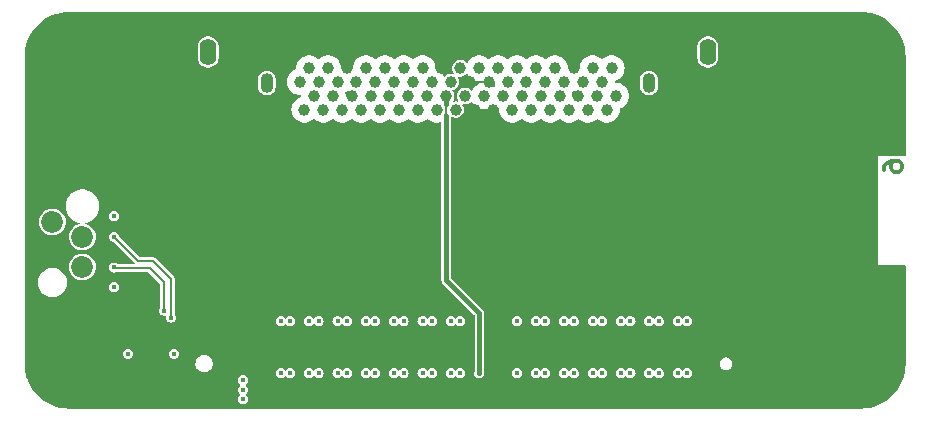
<source format=gbl>
G04 #@! TF.GenerationSoftware,KiCad,Pcbnew,8.0.6*
G04 #@! TF.CreationDate,2024-11-07T02:27:06-08:00*
G04 #@! TF.ProjectId,hvd-68-vhdci,6876642d-3638-42d7-9668-6463692e6b69,1*
G04 #@! TF.SameCoordinates,Original*
G04 #@! TF.FileFunction,Copper,L6,Bot*
G04 #@! TF.FilePolarity,Positive*
%FSLAX46Y46*%
G04 Gerber Fmt 4.6, Leading zero omitted, Abs format (unit mm)*
G04 Created by KiCad (PCBNEW 8.0.6) date 2024-11-07 02:27:06*
%MOMM*%
%LPD*%
G01*
G04 APERTURE LIST*
%ADD10C,0.300000*%
G04 #@! TA.AperFunction,NonConductor*
%ADD11C,0.300000*%
G04 #@! TD*
G04 #@! TA.AperFunction,ComponentPad*
%ADD12C,1.000000*%
G04 #@! TD*
G04 #@! TA.AperFunction,ComponentPad*
%ADD13O,1.400000X2.250000*%
G04 #@! TD*
G04 #@! TA.AperFunction,ComponentPad*
%ADD14O,1.100000X1.700000*%
G04 #@! TD*
G04 #@! TA.AperFunction,ComponentPad*
%ADD15C,6.400000*%
G04 #@! TD*
G04 #@! TA.AperFunction,ComponentPad*
%ADD16C,1.850000*%
G04 #@! TD*
G04 #@! TA.AperFunction,ViaPad*
%ADD17C,0.450000*%
G04 #@! TD*
G04 #@! TA.AperFunction,ViaPad*
%ADD18C,0.600000*%
G04 #@! TD*
G04 #@! TA.AperFunction,Conductor*
%ADD19C,0.200000*%
G04 #@! TD*
G04 #@! TA.AperFunction,Conductor*
%ADD20C,0.400000*%
G04 #@! TD*
G04 APERTURE END LIST*
D10*
D11*
X-1999172Y20414285D02*
X-1999172Y20700000D01*
X-1999172Y20700000D02*
X-1927743Y20842857D01*
X-1927743Y20842857D02*
X-1856315Y20914285D01*
X-1856315Y20914285D02*
X-1642029Y21057143D01*
X-1642029Y21057143D02*
X-1356315Y21128571D01*
X-1356315Y21128571D02*
X-784886Y21128571D01*
X-784886Y21128571D02*
X-642029Y21057143D01*
X-642029Y21057143D02*
X-570600Y20985714D01*
X-570600Y20985714D02*
X-499172Y20842857D01*
X-499172Y20842857D02*
X-499172Y20557143D01*
X-499172Y20557143D02*
X-570600Y20414285D01*
X-570600Y20414285D02*
X-642029Y20342857D01*
X-642029Y20342857D02*
X-784886Y20271428D01*
X-784886Y20271428D02*
X-1142029Y20271428D01*
X-1142029Y20271428D02*
X-1284886Y20342857D01*
X-1284886Y20342857D02*
X-1356315Y20414285D01*
X-1356315Y20414285D02*
X-1427743Y20557143D01*
X-1427743Y20557143D02*
X-1427743Y20842857D01*
X-1427743Y20842857D02*
X-1356315Y20985714D01*
X-1356315Y20985714D02*
X-1284886Y21057143D01*
X-1284886Y21057143D02*
X-1142029Y21128571D01*
D12*
G04 #@! TO.P,J4,1,Pin_1*
G04 #@! TO.N,/CON.DB12+*
X-51100000Y25515000D03*
G04 #@! TO.P,J4,2,Pin_2*
G04 #@! TO.N,/CON.DB13+*
X-50300000Y26665000D03*
G04 #@! TO.P,J4,3,Pin_3*
G04 #@! TO.N,/CON.DB14+*
X-49500000Y25515000D03*
G04 #@! TO.P,J4,4,Pin_4*
G04 #@! TO.N,/CON.DB15+*
X-48700000Y26665000D03*
G04 #@! TO.P,J4,5,Pin_5*
G04 #@! TO.N,/CON.DP1+*
X-47900000Y25515000D03*
G04 #@! TO.P,J4,6,Pin_6*
G04 #@! TO.N,GND*
X-47100000Y26665000D03*
G04 #@! TO.P,J4,7,Pin_7*
G04 #@! TO.N,/CON.DB0+*
X-46300000Y25515000D03*
G04 #@! TO.P,J4,8,Pin_8*
G04 #@! TO.N,/CON.DB1+*
X-45500000Y26665000D03*
G04 #@! TO.P,J4,9,Pin_9*
G04 #@! TO.N,/CON.DB2+*
X-44700000Y25515000D03*
G04 #@! TO.P,J4,10,Pin_10*
G04 #@! TO.N,/CON.DB3+*
X-43900000Y26665000D03*
G04 #@! TO.P,J4,11,Pin_11*
G04 #@! TO.N,/CON.DB4+*
X-43100000Y25515000D03*
G04 #@! TO.P,J4,12,Pin_12*
G04 #@! TO.N,/CON.DB5+*
X-42300000Y26665000D03*
G04 #@! TO.P,J4,13,Pin_13*
G04 #@! TO.N,/CON.DB6+*
X-41500000Y25515000D03*
G04 #@! TO.P,J4,14,Pin_14*
G04 #@! TO.N,/CON.DB7+*
X-40700000Y26665000D03*
G04 #@! TO.P,J4,15,Pin_15*
G04 #@! TO.N,/CON.DP0+*
X-39900000Y25515000D03*
G04 #@! TO.P,J4,16,Pin_16*
G04 #@! TO.N,/CON.DIFFSENSE*
X-39100000Y26665000D03*
G04 #@! TO.P,J4,17,Pin_17*
G04 #@! TO.N,/CON.TERMPWR*
X-38300000Y25515000D03*
G04 #@! TO.P,J4,18,Pin_18*
X-37500000Y26665000D03*
G04 #@! TO.P,J4,19,Pin_19*
G04 #@! TO.N,GND*
X-36700000Y25515000D03*
G04 #@! TO.P,J4,20,Pin_20*
G04 #@! TO.N,/CON.ATN+*
X-35900000Y26665000D03*
G04 #@! TO.P,J4,21,Pin_21*
G04 #@! TO.N,GND*
X-35100000Y25515000D03*
G04 #@! TO.P,J4,22,Pin_22*
G04 #@! TO.N,/CON.BSY+*
X-34300000Y26665000D03*
G04 #@! TO.P,J4,23,Pin_23*
G04 #@! TO.N,/CON.ACK+*
X-33500000Y25515000D03*
G04 #@! TO.P,J4,24,Pin_24*
G04 #@! TO.N,/CON.RST+*
X-32700000Y26665000D03*
G04 #@! TO.P,J4,25,Pin_25*
G04 #@! TO.N,/CON.MSG+*
X-31900000Y25515000D03*
G04 #@! TO.P,J4,26,Pin_26*
G04 #@! TO.N,/CON.SEL+*
X-31100000Y26665000D03*
G04 #@! TO.P,J4,27,Pin_27*
G04 #@! TO.N,/CON.C{slash}D+*
X-30300000Y25515000D03*
G04 #@! TO.P,J4,28,Pin_28*
G04 #@! TO.N,/CON.REQ+*
X-29500000Y26665000D03*
G04 #@! TO.P,J4,29,Pin_29*
G04 #@! TO.N,/CON.I{slash}O+*
X-28700000Y25515000D03*
G04 #@! TO.P,J4,30,Pin_30*
G04 #@! TO.N,GND*
X-27900000Y26665000D03*
G04 #@! TO.P,J4,31,Pin_31*
G04 #@! TO.N,/CON.DB8+*
X-27100000Y25515000D03*
G04 #@! TO.P,J4,32,Pin_32*
G04 #@! TO.N,/CON.DB9+*
X-26300000Y26665000D03*
G04 #@! TO.P,J4,33,Pin_33*
G04 #@! TO.N,/CON.DB10+*
X-25500000Y25515000D03*
G04 #@! TO.P,J4,34,Pin_34*
G04 #@! TO.N,/CON.DB11+*
X-24700000Y26665000D03*
G04 #@! TO.P,J4,35,Pin_35*
G04 #@! TO.N,/CON.DB12-*
X-51500000Y27865000D03*
G04 #@! TO.P,J4,36,Pin_36*
G04 #@! TO.N,/CON.DB13-*
X-50700000Y29015000D03*
G04 #@! TO.P,J4,37,Pin_37*
G04 #@! TO.N,/CON.DB14-*
X-49900000Y27865000D03*
G04 #@! TO.P,J4,38,Pin_38*
G04 #@! TO.N,/CON.DB15-*
X-49100000Y29015000D03*
G04 #@! TO.P,J4,39,Pin_39*
G04 #@! TO.N,/CON.DP1-*
X-48300000Y27865000D03*
G04 #@! TO.P,J4,40,Pin_40*
G04 #@! TO.N,GND*
X-47500000Y29015000D03*
G04 #@! TO.P,J4,41,Pin_41*
G04 #@! TO.N,/CON.DB0-*
X-46700000Y27865000D03*
G04 #@! TO.P,J4,42,Pin_42*
G04 #@! TO.N,/CON.DB1-*
X-45900000Y29015000D03*
G04 #@! TO.P,J4,43,Pin_43*
G04 #@! TO.N,/CON.DB2-*
X-45100000Y27865000D03*
G04 #@! TO.P,J4,44,Pin_44*
G04 #@! TO.N,/CON.DB3-*
X-44300000Y29015000D03*
G04 #@! TO.P,J4,45,Pin_45*
G04 #@! TO.N,/CON.DB4-*
X-43500000Y27865000D03*
G04 #@! TO.P,J4,46,Pin_46*
G04 #@! TO.N,/CON.DB5-*
X-42700000Y29015000D03*
G04 #@! TO.P,J4,47,Pin_47*
G04 #@! TO.N,/CON.DB6-*
X-41900000Y27865000D03*
G04 #@! TO.P,J4,48,Pin_48*
G04 #@! TO.N,/CON.DB7-*
X-41100000Y29015000D03*
G04 #@! TO.P,J4,49,Pin_49*
G04 #@! TO.N,/CON.DP0-*
X-40300000Y27865000D03*
G04 #@! TO.P,J4,50,Pin_50*
G04 #@! TO.N,GND*
X-39500000Y29015000D03*
G04 #@! TO.P,J4,51,Pin_51*
G04 #@! TO.N,/CON.TERMPWR*
X-38700000Y27865000D03*
G04 #@! TO.P,J4,52,Pin_52*
X-37900000Y29015000D03*
G04 #@! TO.P,J4,53,Pin_53*
G04 #@! TO.N,GND*
X-37100000Y27865000D03*
G04 #@! TO.P,J4,54,Pin_54*
G04 #@! TO.N,/CON.ATN-*
X-36300000Y29015000D03*
G04 #@! TO.P,J4,55,Pin_55*
G04 #@! TO.N,GND*
X-35500000Y27865000D03*
G04 #@! TO.P,J4,56,Pin_56*
G04 #@! TO.N,/CON.BSY-*
X-34700000Y29015000D03*
G04 #@! TO.P,J4,57,Pin_57*
G04 #@! TO.N,/CON.ACK-*
X-33900000Y27865000D03*
G04 #@! TO.P,J4,58,Pin_58*
G04 #@! TO.N,/CON.RST-*
X-33100000Y29015000D03*
G04 #@! TO.P,J4,59,Pin_59*
G04 #@! TO.N,/CON.MSG-*
X-32300000Y27865000D03*
G04 #@! TO.P,J4,60,Pin_60*
G04 #@! TO.N,/CON.SEL-*
X-31500000Y29015000D03*
G04 #@! TO.P,J4,61,Pin_61*
G04 #@! TO.N,/CON.C{slash}D-*
X-30700000Y27865000D03*
G04 #@! TO.P,J4,62,Pin_62*
G04 #@! TO.N,/CON.REQ-*
X-29900000Y29015000D03*
G04 #@! TO.P,J4,63,Pin_63*
G04 #@! TO.N,/CON.I{slash}O-*
X-29100000Y27865000D03*
G04 #@! TO.P,J4,64,Pin_64*
G04 #@! TO.N,GND*
X-28300000Y29015000D03*
G04 #@! TO.P,J4,65,Pin_65*
G04 #@! TO.N,/CON.DB8-*
X-27500000Y27865000D03*
G04 #@! TO.P,J4,66,Pin_66*
G04 #@! TO.N,/CON.DB9-*
X-26700000Y29015000D03*
G04 #@! TO.P,J4,67,Pin_67*
G04 #@! TO.N,/CON.DB10-*
X-25900000Y27865000D03*
G04 #@! TO.P,J4,68,Pin_68*
G04 #@! TO.N,/CON.DB11-*
X-25100000Y29015000D03*
D13*
G04 #@! TO.P,J4,SHIELD,SHIELD*
G04 #@! TO.N,/SHIELD*
X-16950000Y30395000D03*
D14*
X-21925000Y27765000D03*
X-54275000Y27765000D03*
D13*
X-59250000Y30395000D03*
G04 #@! TD*
D15*
G04 #@! TO.P,H4,1,1*
G04 #@! TO.N,GND*
X-4000000Y4000000D03*
G04 #@! TD*
D16*
G04 #@! TO.P,J3,1,Pin_1*
G04 #@! TO.N,+3V3*
X-72440000Y16010000D03*
G04 #@! TO.P,J3,2,Pin_2*
G04 #@! TO.N,/PHY.ID_SDA*
X-69900000Y14740000D03*
G04 #@! TO.P,J3,3,Pin_3*
G04 #@! TO.N,GND*
X-72440000Y13470000D03*
G04 #@! TO.P,J3,4,Pin_4*
G04 #@! TO.N,/PHY.ID_SCL*
X-69900000Y12200000D03*
G04 #@! TD*
D15*
G04 #@! TO.P,H3,1,1*
G04 #@! TO.N,GND*
X-71000000Y4000000D03*
G04 #@! TD*
D17*
G04 #@! TO.N,GND*
X-46700000Y7600000D03*
X-20300000Y5400000D03*
X-22700000Y1800000D03*
X-49100000Y1800000D03*
X-53900000Y1000000D03*
X-29900000Y2600000D03*
X-49100000Y7600000D03*
X-39500000Y6200000D03*
X-39500000Y1800000D03*
X-44300000Y7000000D03*
X-49100000Y6200000D03*
X-37100000Y3200000D03*
X-41900000Y3200000D03*
X-64650000Y4000000D03*
X-46700000Y6200000D03*
X-51500000Y2600000D03*
X-27500000Y2600000D03*
X-39500000Y7000000D03*
X-32300000Y1800000D03*
X-53900000Y5400000D03*
X-20300000Y1800000D03*
X-53900000Y2600000D03*
X-37100000Y5400000D03*
X-63600000Y4000000D03*
X-25100000Y7000000D03*
X-39500000Y5400000D03*
X-27500000Y7600000D03*
X-17900000Y3200000D03*
X-33900000Y1000000D03*
X-41900000Y1000000D03*
X-64100000Y4500000D03*
X-33900000Y2600000D03*
X-49100000Y2600000D03*
X-33900000Y6200000D03*
X-51500000Y5400000D03*
X-44300000Y6200000D03*
X-27500000Y6200000D03*
X-39500000Y1000000D03*
X-25100000Y1800000D03*
X-53900000Y3200000D03*
X-41900000Y7000000D03*
X-53900000Y7000000D03*
X-41900000Y6200000D03*
X-27500000Y5400000D03*
X-54700000Y6200000D03*
X-29900000Y1000000D03*
X-20300000Y1000000D03*
X-53900000Y1800000D03*
X-51500000Y6200000D03*
X-20300000Y2600000D03*
X-22700000Y1000000D03*
X-39500000Y7600000D03*
D18*
X-11200000Y31100000D03*
D17*
X-44300000Y5400000D03*
X-33900000Y1800000D03*
X-32300000Y5400000D03*
X-20300000Y6200000D03*
X-46700000Y3200000D03*
X-37100000Y6200000D03*
X-25100000Y2600000D03*
X-20300000Y3200000D03*
X-37100000Y7000000D03*
X-22700000Y7600000D03*
X-39500000Y2600000D03*
X-25100000Y6200000D03*
X-33900000Y7000000D03*
X-27500000Y3200000D03*
X-51500000Y7000000D03*
X-54700000Y7000000D03*
X-29900000Y7000000D03*
X-39500000Y3200000D03*
X-44300000Y1800000D03*
X-20300000Y7600000D03*
X-22700000Y2600000D03*
X-17900000Y5400000D03*
X-25100000Y3200000D03*
X-17900000Y7600000D03*
X-41900000Y2600000D03*
X-17900000Y7000000D03*
X-44300000Y1000000D03*
X-32300000Y7000000D03*
X-51500000Y3200000D03*
X-51500000Y1800000D03*
X-54700000Y5400000D03*
X-32300000Y3200000D03*
X-22700000Y6200000D03*
X-57100000Y5400000D03*
X-37100000Y1800000D03*
X-46700000Y1000000D03*
X-25100000Y1000000D03*
X-32300000Y2600000D03*
X-44300000Y2600000D03*
X-44300000Y3200000D03*
X-46700000Y5400000D03*
X-54700000Y1800000D03*
X-22700000Y7000000D03*
X-46700000Y2600000D03*
X-37100000Y1000000D03*
X-29900000Y3200000D03*
X-37100000Y2600000D03*
X-51500000Y1000000D03*
X-17900000Y1000000D03*
X-20300000Y7000000D03*
X-57100000Y6200000D03*
X-32300000Y1000000D03*
X-33900000Y5400000D03*
X-46700000Y1800000D03*
X-29900000Y5400000D03*
X-27500000Y1800000D03*
X-41900000Y1800000D03*
X-53900000Y6200000D03*
X-41900000Y5400000D03*
X-29900000Y6200000D03*
X-49100000Y5400000D03*
X-51500000Y7600000D03*
X-29900000Y7600000D03*
X-54700000Y2600000D03*
X-22700000Y3200000D03*
X-49100000Y7000000D03*
X-49100000Y1000000D03*
X-33900000Y7600000D03*
X-49100000Y3200000D03*
X-37100000Y7600000D03*
X-41900000Y7600000D03*
X-46700000Y7000000D03*
X-29900000Y1800000D03*
D18*
X-11200000Y29800000D03*
D17*
X-32300000Y7600000D03*
X-25100000Y5400000D03*
X-64100000Y3500000D03*
X-32300000Y6200000D03*
X-17900000Y6200000D03*
X-27500000Y1000000D03*
X-57100000Y7000000D03*
X-22700000Y5400000D03*
X-17900000Y2600000D03*
X-54700000Y1000000D03*
X-53900000Y7600000D03*
X-25100000Y7600000D03*
X-17900000Y1800000D03*
X-33900000Y3200000D03*
X-27500000Y7000000D03*
X-66050000Y3150000D03*
X-44300000Y7600000D03*
G04 #@! TO.N,/PHY.ID_SCL*
X-67200000Y12150000D03*
X-63000000Y8500000D03*
G04 #@! TO.N,+3V3*
X-56300000Y1800000D03*
X-67200000Y16500000D03*
X-67200000Y10500000D03*
X-66050000Y4850000D03*
X-56300000Y1000000D03*
X-56300000Y2600000D03*
X-62150000Y4850000D03*
G04 #@! TO.N,/PHY.ID_SDA*
X-67200000Y14750000D03*
X-62400000Y7900000D03*
G04 #@! TO.N,/CON.C{slash}D+*
X-25900000Y3200000D03*
G04 #@! TO.N,/CON.DB10-*
X-19500000Y7600000D03*
G04 #@! TO.N,/CON.DB4-*
X-42700000Y7600000D03*
G04 #@! TO.N,/CON.ACK+*
X-30700000Y3200000D03*
G04 #@! TO.N,/CON.DP1+*
X-48300000Y3200000D03*
G04 #@! TO.N,/CON.BSY-*
X-31500000Y7600000D03*
G04 #@! TO.N,/CON.RST-*
X-29100000Y7600000D03*
G04 #@! TO.N,/CON.DB2-*
X-45100000Y7600000D03*
G04 #@! TO.N,/CON.BSY+*
X-31500000Y3200000D03*
G04 #@! TO.N,/CON.DB5+*
X-41100000Y3200000D03*
G04 #@! TO.N,/CON.ATN-*
X-33100000Y7600000D03*
G04 #@! TO.N,/CON.DP0+*
X-37900000Y3200000D03*
G04 #@! TO.N,/CON.SEL+*
X-26700000Y3200000D03*
G04 #@! TO.N,/CON.ATN+*
X-33100000Y3200000D03*
G04 #@! TO.N,/CON.DB9-*
X-21100000Y7600000D03*
G04 #@! TO.N,/CON.SEL-*
X-26700000Y7600000D03*
G04 #@! TO.N,/CON.DB9+*
X-21100000Y3200000D03*
G04 #@! TO.N,/CON.DB0-*
X-47500000Y7600000D03*
G04 #@! TO.N,/CON.DB11+*
X-18700000Y3200000D03*
G04 #@! TO.N,/CON.DB7+*
X-38700000Y3200000D03*
G04 #@! TO.N,/CON.DP1-*
X-48300000Y7600000D03*
G04 #@! TO.N,/CON.DB5-*
X-41100000Y7600000D03*
G04 #@! TO.N,/CON.REQ-*
X-24300000Y7600000D03*
G04 #@! TO.N,/CON.DB1-*
X-45900000Y7600000D03*
G04 #@! TO.N,/CON.DB13+*
X-52300000Y3200000D03*
G04 #@! TO.N,/CON.REQ+*
X-24300000Y3200000D03*
G04 #@! TO.N,/CON.DB3-*
X-43500000Y7600000D03*
G04 #@! TO.N,/CON.DB8+*
X-21900000Y3200000D03*
G04 #@! TO.N,/CON.DB13-*
X-52300000Y7600000D03*
G04 #@! TO.N,/CON.DB15-*
X-49900000Y7600000D03*
G04 #@! TO.N,/CON.MSG+*
X-28300000Y3200000D03*
G04 #@! TO.N,/CON.DB11-*
X-18700000Y7600000D03*
G04 #@! TO.N,/CON.DB3+*
X-43500000Y3200000D03*
G04 #@! TO.N,/CON.ACK-*
X-30700000Y7600000D03*
G04 #@! TO.N,/CON.DIFFSENSE*
X-36300000Y3200000D03*
X-39100000Y25000000D03*
G04 #@! TO.N,/CON.I{slash}O+*
X-23500000Y3200000D03*
G04 #@! TO.N,/CON.I{slash}O-*
X-23500000Y7600000D03*
G04 #@! TO.N,/CON.DB4+*
X-42700000Y3200000D03*
G04 #@! TO.N,/CON.DB15+*
X-49900000Y3200000D03*
G04 #@! TO.N,/CON.DB6-*
X-40300000Y7600000D03*
G04 #@! TO.N,/CON.RST+*
X-29100000Y3200000D03*
G04 #@! TO.N,/CON.DB8-*
X-21900000Y7600000D03*
G04 #@! TO.N,/CON.DB10+*
X-19500000Y3200000D03*
G04 #@! TO.N,/CON.MSG-*
X-28300000Y7600000D03*
G04 #@! TO.N,/CON.DB6+*
X-40300000Y3200000D03*
G04 #@! TO.N,/CON.C{slash}D-*
X-25900000Y7600000D03*
G04 #@! TO.N,/CON.DB7-*
X-38700000Y7600000D03*
G04 #@! TO.N,/CON.DB1+*
X-45900000Y3200000D03*
G04 #@! TO.N,/CON.DP0-*
X-37900000Y7600000D03*
G04 #@! TO.N,/CON.DB2+*
X-45100000Y3200000D03*
G04 #@! TO.N,/CON.DB0+*
X-47500000Y3200000D03*
G04 #@! TO.N,/CON.DB12-*
X-53100000Y7600000D03*
G04 #@! TO.N,/CON.DB14+*
X-50700000Y3200000D03*
G04 #@! TO.N,/CON.DB14-*
X-50700000Y7600000D03*
G04 #@! TO.N,/CON.DB12+*
X-53100000Y3200000D03*
G04 #@! TD*
D19*
G04 #@! TO.N,/PHY.ID_SCL*
X-64200000Y12100000D02*
X-67150000Y12100000D01*
X-67150000Y12100000D02*
X-67200000Y12150000D01*
X-63000000Y10900000D02*
X-64200000Y12100000D01*
X-63000000Y8500000D02*
X-63000000Y10900000D01*
G04 #@! TO.N,/PHY.ID_SDA*
X-62400000Y11200000D02*
X-63900000Y12700000D01*
X-65150000Y12700000D02*
X-67200000Y14750000D01*
X-62400000Y7900000D02*
X-62400000Y11200000D01*
X-63900000Y12700000D02*
X-65150000Y12700000D01*
G04 #@! TO.N,/CON.DIFFSENSE*
X-39100000Y26000000D02*
X-39100000Y25000000D01*
D20*
X-39100000Y26665000D02*
X-39100000Y26000000D01*
X-39100000Y11100000D02*
X-39100000Y25000000D01*
X-36300000Y8300000D02*
X-38000000Y10000000D01*
X-36300000Y3200000D02*
X-36300000Y7600000D01*
X-38000000Y10000000D02*
X-39100000Y11100000D01*
X-36300000Y7600000D02*
X-36300000Y8300000D01*
G04 #@! TD*
G04 #@! TA.AperFunction,Conductor*
G04 #@! TO.N,GND*
G36*
X-37302534Y28551410D02*
G01*
X-37291151Y28536562D01*
X-37239675Y28433182D01*
X-37239672Y28433178D01*
X-37116767Y28270424D01*
X-37116764Y28270421D01*
X-36966046Y28133023D01*
X-36966045Y28133022D01*
X-36966041Y28133019D01*
X-36792637Y28025652D01*
X-36602456Y27951976D01*
X-36401976Y27914500D01*
X-36401974Y27914500D01*
X-36198026Y27914500D01*
X-36198024Y27914500D01*
X-35997544Y27951976D01*
X-35807363Y28025652D01*
X-35633959Y28133019D01*
X-35533010Y28225047D01*
X-35497737Y28237783D01*
X-35466991Y28225047D01*
X-35431760Y28192930D01*
X-35366046Y28133023D01*
X-35366045Y28133022D01*
X-35366041Y28133019D01*
X-35192637Y28025652D01*
X-35192634Y28025651D01*
X-35031844Y27963361D01*
X-35004720Y27937462D01*
X-35000754Y27913150D01*
X-35005215Y27865001D01*
X-34986398Y27661921D01*
X-34964540Y27585099D01*
X-34968863Y27547846D01*
X-34978659Y27535478D01*
X-35066989Y27454956D01*
X-35102263Y27442220D01*
X-35133011Y27454956D01*
X-35233958Y27546980D01*
X-35233959Y27546981D01*
X-35407363Y27654348D01*
X-35407366Y27654349D01*
X-35407367Y27654350D01*
X-35597538Y27728022D01*
X-35597540Y27728023D01*
X-35597544Y27728024D01*
X-35798024Y27765500D01*
X-36001976Y27765500D01*
X-36202456Y27728024D01*
X-36202460Y27728023D01*
X-36202463Y27728022D01*
X-36392634Y27654350D01*
X-36566046Y27546978D01*
X-36716764Y27409580D01*
X-36716767Y27409577D01*
X-36839672Y27246823D01*
X-36891152Y27143438D01*
X-36919444Y27118820D01*
X-36956857Y27121417D01*
X-36969483Y27131096D01*
X-36969599Y27130964D01*
X-36971449Y27132603D01*
X-36971697Y27132793D01*
X-36971819Y27132931D01*
X-36993463Y27152106D01*
X-37099148Y27245734D01*
X-37099156Y27245738D01*
X-37099157Y27245739D01*
X-37249776Y27324791D01*
X-37414944Y27365500D01*
X-37585056Y27365500D01*
X-37750225Y27324791D01*
X-37900844Y27245739D01*
X-37900849Y27245736D01*
X-37900852Y27245734D01*
X-37900854Y27245732D01*
X-38028184Y27132929D01*
X-38124818Y26992932D01*
X-38124819Y26992930D01*
X-38166869Y26882049D01*
X-38185140Y26833872D01*
X-38205645Y26665000D01*
X-38185140Y26496128D01*
X-38185139Y26496126D01*
X-38124819Y26337071D01*
X-38124818Y26337069D01*
X-38078620Y26270141D01*
X-38070749Y26233474D01*
X-38091111Y26201980D01*
X-38127778Y26194109D01*
X-38130672Y26194730D01*
X-38214944Y26215500D01*
X-38385056Y26215500D01*
X-38469329Y26194730D01*
X-38506405Y26200373D01*
X-38528631Y26230580D01*
X-38522988Y26267656D01*
X-38521405Y26270106D01*
X-38475182Y26337070D01*
X-38414860Y26496128D01*
X-38394355Y26665000D01*
X-38414860Y26833872D01*
X-38475182Y26992930D01*
X-38556386Y27110573D01*
X-38564256Y27147239D01*
X-38543894Y27178733D01*
X-38527786Y27185983D01*
X-38449775Y27205210D01*
X-38299148Y27284266D01*
X-38171817Y27397071D01*
X-38075182Y27537070D01*
X-38014860Y27696128D01*
X-37994355Y27865000D01*
X-38014860Y28033872D01*
X-38075182Y28192930D01*
X-38121382Y28259861D01*
X-38129252Y28296527D01*
X-38108891Y28328021D01*
X-38072223Y28335892D01*
X-38069329Y28335271D01*
X-37985056Y28314500D01*
X-37814944Y28314500D01*
X-37649775Y28355210D01*
X-37499148Y28434266D01*
X-37371817Y28547071D01*
X-37371811Y28547081D01*
X-37371703Y28547201D01*
X-37371629Y28547238D01*
X-37369598Y28549036D01*
X-37369098Y28548471D01*
X-37337991Y28563631D01*
X-37302534Y28551410D01*
G37*
G04 #@! TD.AperFunction*
G04 #@! TA.AperFunction,Conductor*
G36*
X-47466990Y27075046D02*
G01*
X-47366046Y26983023D01*
X-47366045Y26983022D01*
X-47366041Y26983019D01*
X-47192637Y26875652D01*
X-47002456Y26801976D01*
X-46801976Y26764500D01*
X-46801974Y26764500D01*
X-46649746Y26764500D01*
X-46615098Y26750148D01*
X-46600746Y26715500D01*
X-46600955Y26710979D01*
X-46605215Y26665001D01*
X-46600754Y26616852D01*
X-46611848Y26581027D01*
X-46631844Y26566640D01*
X-46792634Y26504350D01*
X-46966043Y26396980D01*
X-47066989Y26304956D01*
X-47102263Y26292220D01*
X-47133011Y26304956D01*
X-47233958Y26396980D01*
X-47233959Y26396981D01*
X-47407363Y26504348D01*
X-47407366Y26504349D01*
X-47407367Y26504350D01*
X-47568157Y26566640D01*
X-47595281Y26592539D01*
X-47599247Y26616853D01*
X-47594785Y26665000D01*
X-47613603Y26868083D01*
X-47635461Y26944903D01*
X-47631140Y26982153D01*
X-47621346Y26994518D01*
X-47533010Y27075047D01*
X-47497738Y27087783D01*
X-47466990Y27075046D01*
G37*
G04 #@! TD.AperFunction*
G04 #@! TA.AperFunction,Conductor*
G36*
X-28266990Y27075046D02*
G01*
X-28166046Y26983023D01*
X-28166045Y26983022D01*
X-28166041Y26983019D01*
X-27992637Y26875652D01*
X-27802456Y26801976D01*
X-27601976Y26764500D01*
X-27601974Y26764500D01*
X-27449746Y26764500D01*
X-27415098Y26750148D01*
X-27400746Y26715500D01*
X-27400955Y26710979D01*
X-27405215Y26665001D01*
X-27400754Y26616852D01*
X-27411848Y26581027D01*
X-27431844Y26566640D01*
X-27592634Y26504350D01*
X-27766043Y26396980D01*
X-27866989Y26304956D01*
X-27902263Y26292220D01*
X-27933011Y26304956D01*
X-28033958Y26396980D01*
X-28033959Y26396981D01*
X-28207363Y26504348D01*
X-28207366Y26504349D01*
X-28207367Y26504350D01*
X-28368157Y26566640D01*
X-28395281Y26592539D01*
X-28399247Y26616853D01*
X-28394785Y26665000D01*
X-28413603Y26868083D01*
X-28435461Y26944903D01*
X-28431140Y26982153D01*
X-28421346Y26994518D01*
X-28333010Y27075047D01*
X-28297738Y27087783D01*
X-28266990Y27075046D01*
G37*
G04 #@! TD.AperFunction*
G04 #@! TA.AperFunction,Conductor*
G36*
X-3998800Y33799442D02*
G01*
X-3629980Y33781322D01*
X-3625219Y33780854D01*
X-3261123Y33726846D01*
X-3256433Y33725913D01*
X-2963065Y33652428D01*
X-2899399Y33636480D01*
X-2894797Y33635084D01*
X-2781323Y33594483D01*
X-2548244Y33511085D01*
X-2543817Y33509251D01*
X-2211103Y33351889D01*
X-2206878Y33349632D01*
X-2015692Y33235039D01*
X-1891172Y33160404D01*
X-1887174Y33157732D01*
X-1739367Y33048111D01*
X-1591555Y32938486D01*
X-1587843Y32935440D01*
X-1315133Y32688269D01*
X-1311732Y32684868D01*
X-1064561Y32412158D01*
X-1061511Y32408441D01*
X-842269Y32112827D01*
X-839597Y32108829D01*
X-650374Y31793131D01*
X-648108Y31788890D01*
X-490754Y31456192D01*
X-488913Y31451750D01*
X-364917Y31105204D01*
X-363521Y31100602D01*
X-274091Y30743581D01*
X-273153Y30738865D01*
X-219149Y30374794D01*
X-218678Y30370008D01*
X-200559Y30001201D01*
X-200500Y29998797D01*
X-200500Y21599000D01*
X-214852Y21564352D01*
X-249500Y21550000D01*
X-2500000Y21550000D01*
X-2500000Y12350000D01*
X-249500Y12350000D01*
X-214852Y12335648D01*
X-200500Y12301000D01*
X-200500Y4001204D01*
X-200559Y3998800D01*
X-218678Y3629993D01*
X-219149Y3625207D01*
X-273153Y3261136D01*
X-274091Y3256420D01*
X-363521Y2899399D01*
X-364917Y2894797D01*
X-488913Y2548251D01*
X-490754Y2543809D01*
X-648108Y2211111D01*
X-650374Y2206870D01*
X-839597Y1891172D01*
X-842269Y1887174D01*
X-1061511Y1591560D01*
X-1064561Y1587843D01*
X-1311732Y1315133D01*
X-1315133Y1311732D01*
X-1587843Y1064561D01*
X-1591560Y1061511D01*
X-1887174Y842269D01*
X-1891172Y839597D01*
X-2206870Y650374D01*
X-2211111Y648108D01*
X-2543809Y490754D01*
X-2548251Y488913D01*
X-2894797Y364917D01*
X-2899399Y363521D01*
X-3256420Y274091D01*
X-3261136Y273153D01*
X-3625207Y219149D01*
X-3629993Y218678D01*
X-3998799Y200559D01*
X-4001203Y200500D01*
X-70998797Y200500D01*
X-71001201Y200559D01*
X-71370008Y218678D01*
X-71374794Y219149D01*
X-71738865Y273153D01*
X-71743581Y274091D01*
X-72100602Y363521D01*
X-72105204Y364917D01*
X-72451750Y488913D01*
X-72456192Y490754D01*
X-72788890Y648108D01*
X-72793131Y650374D01*
X-72794965Y651473D01*
X-72953986Y746787D01*
X-73108829Y839597D01*
X-73112827Y842269D01*
X-73408441Y1061511D01*
X-73412158Y1064561D01*
X-73684868Y1311732D01*
X-73688269Y1315133D01*
X-73870173Y1515832D01*
X-73935443Y1587847D01*
X-73938490Y1591560D01*
X-73994347Y1666874D01*
X-74048111Y1739367D01*
X-74157732Y1887174D01*
X-74160404Y1891172D01*
X-74345509Y2200000D01*
X-74349632Y2206878D01*
X-74351889Y2211103D01*
X-74509251Y2543817D01*
X-74511088Y2548251D01*
X-74529604Y2600000D01*
X-56730804Y2600000D01*
X-56709719Y2466874D01*
X-56709719Y2466873D01*
X-56709718Y2466872D01*
X-56648533Y2346787D01*
X-56648528Y2346780D01*
X-56553221Y2251473D01*
X-56553216Y2251469D01*
X-56537888Y2243659D01*
X-56513532Y2215141D01*
X-56516475Y2177754D01*
X-56537888Y2156341D01*
X-56553216Y2148532D01*
X-56553221Y2148528D01*
X-56648528Y2053221D01*
X-56648533Y2053214D01*
X-56709718Y1933129D01*
X-56709719Y1933128D01*
X-56709719Y1933126D01*
X-56730804Y1800000D01*
X-56709719Y1666874D01*
X-56709719Y1666873D01*
X-56709718Y1666872D01*
X-56648533Y1546787D01*
X-56648528Y1546780D01*
X-56553221Y1451473D01*
X-56553216Y1451469D01*
X-56537888Y1443659D01*
X-56513532Y1415141D01*
X-56516475Y1377754D01*
X-56537888Y1356341D01*
X-56553216Y1348532D01*
X-56553221Y1348528D01*
X-56648528Y1253221D01*
X-56648533Y1253214D01*
X-56709718Y1133129D01*
X-56709719Y1133128D01*
X-56709719Y1133126D01*
X-56730804Y1000000D01*
X-56709719Y866874D01*
X-56709719Y866873D01*
X-56709718Y866872D01*
X-56648533Y746787D01*
X-56648528Y746780D01*
X-56553221Y651473D01*
X-56553214Y651468D01*
X-56473158Y610678D01*
X-56433126Y590281D01*
X-56300000Y569196D01*
X-56166874Y590281D01*
X-56053382Y648108D01*
X-56046787Y651468D01*
X-56046785Y651470D01*
X-56046780Y651472D01*
X-55951472Y746780D01*
X-55890281Y866874D01*
X-55869196Y1000000D01*
X-55890281Y1133126D01*
X-55910678Y1173158D01*
X-55951468Y1253214D01*
X-55951473Y1253221D01*
X-56046780Y1348528D01*
X-56046783Y1348530D01*
X-56062112Y1356340D01*
X-56086469Y1384858D01*
X-56083527Y1422245D01*
X-56062112Y1443660D01*
X-56046780Y1451472D01*
X-55951472Y1546780D01*
X-55890281Y1666874D01*
X-55869196Y1800000D01*
X-55890281Y1933126D01*
X-55910678Y1973158D01*
X-55951468Y2053214D01*
X-55951473Y2053221D01*
X-56046780Y2148528D01*
X-56046783Y2148530D01*
X-56062112Y2156340D01*
X-56086469Y2184858D01*
X-56083527Y2222245D01*
X-56062112Y2243660D01*
X-56046780Y2251472D01*
X-55951472Y2346780D01*
X-55890281Y2466874D01*
X-55869196Y2600000D01*
X-55890281Y2733126D01*
X-55919404Y2790283D01*
X-55951468Y2853214D01*
X-55951474Y2853222D01*
X-56046780Y2948528D01*
X-56046787Y2948533D01*
X-56166872Y3009718D01*
X-56166873Y3009719D01*
X-56166874Y3009719D01*
X-56300000Y3030804D01*
X-56433126Y3009719D01*
X-56433128Y3009719D01*
X-56433129Y3009718D01*
X-56553214Y2948533D01*
X-56553221Y2948528D01*
X-56648526Y2853222D01*
X-56648533Y2853214D01*
X-56709718Y2733129D01*
X-56709719Y2733128D01*
X-56709719Y2733126D01*
X-56730804Y2600000D01*
X-74529604Y2600000D01*
X-74635084Y2894797D01*
X-74636480Y2899399D01*
X-74664114Y3009719D01*
X-74711777Y3200000D01*
X-53530804Y3200000D01*
X-53509719Y3066874D01*
X-53509719Y3066873D01*
X-53509718Y3066872D01*
X-53448533Y2946787D01*
X-53448528Y2946780D01*
X-53353221Y2851473D01*
X-53353214Y2851468D01*
X-53273158Y2810678D01*
X-53233126Y2790281D01*
X-53100000Y2769196D01*
X-52966874Y2790281D01*
X-52883580Y2832722D01*
X-52846787Y2851468D01*
X-52846785Y2851470D01*
X-52846780Y2851472D01*
X-52751472Y2946780D01*
X-52743660Y2962113D01*
X-52715142Y2986469D01*
X-52677755Y2983527D01*
X-52656340Y2962112D01*
X-52648530Y2946783D01*
X-52648528Y2946780D01*
X-52553221Y2851473D01*
X-52553214Y2851468D01*
X-52473158Y2810678D01*
X-52433126Y2790281D01*
X-52300000Y2769196D01*
X-52166874Y2790281D01*
X-52083580Y2832722D01*
X-52046787Y2851468D01*
X-52046785Y2851470D01*
X-52046780Y2851472D01*
X-51951472Y2946780D01*
X-51950578Y2948533D01*
X-51931249Y2986469D01*
X-51890281Y3066874D01*
X-51869196Y3200000D01*
X-51130804Y3200000D01*
X-51109719Y3066874D01*
X-51109719Y3066873D01*
X-51109718Y3066872D01*
X-51048533Y2946787D01*
X-51048528Y2946780D01*
X-50953221Y2851473D01*
X-50953214Y2851468D01*
X-50873158Y2810678D01*
X-50833126Y2790281D01*
X-50700000Y2769196D01*
X-50566874Y2790281D01*
X-50483580Y2832722D01*
X-50446787Y2851468D01*
X-50446785Y2851470D01*
X-50446780Y2851472D01*
X-50351472Y2946780D01*
X-50343660Y2962113D01*
X-50315142Y2986469D01*
X-50277755Y2983527D01*
X-50256340Y2962112D01*
X-50248530Y2946783D01*
X-50248528Y2946780D01*
X-50153221Y2851473D01*
X-50153214Y2851468D01*
X-50073158Y2810678D01*
X-50033126Y2790281D01*
X-49900000Y2769196D01*
X-49766874Y2790281D01*
X-49683580Y2832722D01*
X-49646787Y2851468D01*
X-49646785Y2851470D01*
X-49646780Y2851472D01*
X-49551472Y2946780D01*
X-49550578Y2948533D01*
X-49531249Y2986469D01*
X-49490281Y3066874D01*
X-49469196Y3200000D01*
X-48730804Y3200000D01*
X-48709719Y3066874D01*
X-48709719Y3066873D01*
X-48709718Y3066872D01*
X-48648533Y2946787D01*
X-48648528Y2946780D01*
X-48553221Y2851473D01*
X-48553214Y2851468D01*
X-48473158Y2810678D01*
X-48433126Y2790281D01*
X-48300000Y2769196D01*
X-48166874Y2790281D01*
X-48083580Y2832722D01*
X-48046787Y2851468D01*
X-48046785Y2851470D01*
X-48046780Y2851472D01*
X-47951472Y2946780D01*
X-47943660Y2962113D01*
X-47915142Y2986469D01*
X-47877755Y2983527D01*
X-47856340Y2962112D01*
X-47848530Y2946783D01*
X-47848528Y2946780D01*
X-47753221Y2851473D01*
X-47753214Y2851468D01*
X-47673158Y2810678D01*
X-47633126Y2790281D01*
X-47500000Y2769196D01*
X-47366874Y2790281D01*
X-47283580Y2832722D01*
X-47246787Y2851468D01*
X-47246785Y2851470D01*
X-47246780Y2851472D01*
X-47151472Y2946780D01*
X-47150578Y2948533D01*
X-47131249Y2986469D01*
X-47090281Y3066874D01*
X-47069196Y3200000D01*
X-46330804Y3200000D01*
X-46309719Y3066874D01*
X-46309719Y3066873D01*
X-46309718Y3066872D01*
X-46248533Y2946787D01*
X-46248528Y2946780D01*
X-46153221Y2851473D01*
X-46153214Y2851468D01*
X-46073158Y2810678D01*
X-46033126Y2790281D01*
X-45900000Y2769196D01*
X-45766874Y2790281D01*
X-45683580Y2832722D01*
X-45646787Y2851468D01*
X-45646785Y2851470D01*
X-45646780Y2851472D01*
X-45551472Y2946780D01*
X-45543660Y2962113D01*
X-45515142Y2986469D01*
X-45477755Y2983527D01*
X-45456340Y2962112D01*
X-45448530Y2946783D01*
X-45448528Y2946780D01*
X-45353221Y2851473D01*
X-45353214Y2851468D01*
X-45273158Y2810678D01*
X-45233126Y2790281D01*
X-45100000Y2769196D01*
X-44966874Y2790281D01*
X-44883580Y2832722D01*
X-44846787Y2851468D01*
X-44846785Y2851470D01*
X-44846780Y2851472D01*
X-44751472Y2946780D01*
X-44750578Y2948533D01*
X-44731249Y2986469D01*
X-44690281Y3066874D01*
X-44669196Y3200000D01*
X-43930804Y3200000D01*
X-43909719Y3066874D01*
X-43909719Y3066873D01*
X-43909718Y3066872D01*
X-43848533Y2946787D01*
X-43848528Y2946780D01*
X-43753221Y2851473D01*
X-43753214Y2851468D01*
X-43673158Y2810678D01*
X-43633126Y2790281D01*
X-43500000Y2769196D01*
X-43366874Y2790281D01*
X-43283580Y2832722D01*
X-43246787Y2851468D01*
X-43246785Y2851470D01*
X-43246780Y2851472D01*
X-43151472Y2946780D01*
X-43143660Y2962113D01*
X-43115142Y2986469D01*
X-43077755Y2983527D01*
X-43056340Y2962112D01*
X-43048530Y2946783D01*
X-43048528Y2946780D01*
X-42953221Y2851473D01*
X-42953214Y2851468D01*
X-42873158Y2810678D01*
X-42833126Y2790281D01*
X-42700000Y2769196D01*
X-42566874Y2790281D01*
X-42483580Y2832722D01*
X-42446787Y2851468D01*
X-42446785Y2851470D01*
X-42446780Y2851472D01*
X-42351472Y2946780D01*
X-42350578Y2948533D01*
X-42331249Y2986469D01*
X-42290281Y3066874D01*
X-42269196Y3200000D01*
X-41530804Y3200000D01*
X-41509719Y3066874D01*
X-41509719Y3066873D01*
X-41509718Y3066872D01*
X-41448533Y2946787D01*
X-41448528Y2946780D01*
X-41353221Y2851473D01*
X-41353214Y2851468D01*
X-41273158Y2810678D01*
X-41233126Y2790281D01*
X-41100000Y2769196D01*
X-40966874Y2790281D01*
X-40883580Y2832722D01*
X-40846787Y2851468D01*
X-40846785Y2851470D01*
X-40846780Y2851472D01*
X-40751472Y2946780D01*
X-40743660Y2962113D01*
X-40715142Y2986469D01*
X-40677755Y2983527D01*
X-40656340Y2962112D01*
X-40648530Y2946783D01*
X-40648528Y2946780D01*
X-40553221Y2851473D01*
X-40553214Y2851468D01*
X-40473158Y2810678D01*
X-40433126Y2790281D01*
X-40300000Y2769196D01*
X-40166874Y2790281D01*
X-40083580Y2832722D01*
X-40046787Y2851468D01*
X-40046785Y2851470D01*
X-40046780Y2851472D01*
X-39951472Y2946780D01*
X-39950578Y2948533D01*
X-39931249Y2986469D01*
X-39890281Y3066874D01*
X-39869196Y3200000D01*
X-39130804Y3200000D01*
X-39109719Y3066874D01*
X-39109719Y3066873D01*
X-39109718Y3066872D01*
X-39048533Y2946787D01*
X-39048528Y2946780D01*
X-38953221Y2851473D01*
X-38953214Y2851468D01*
X-38873158Y2810678D01*
X-38833126Y2790281D01*
X-38700000Y2769196D01*
X-38566874Y2790281D01*
X-38483580Y2832722D01*
X-38446787Y2851468D01*
X-38446785Y2851470D01*
X-38446780Y2851472D01*
X-38351472Y2946780D01*
X-38343660Y2962113D01*
X-38315142Y2986469D01*
X-38277755Y2983527D01*
X-38256340Y2962112D01*
X-38248530Y2946783D01*
X-38248528Y2946780D01*
X-38153221Y2851473D01*
X-38153214Y2851468D01*
X-38073158Y2810678D01*
X-38033126Y2790281D01*
X-37900000Y2769196D01*
X-37766874Y2790281D01*
X-37683580Y2832722D01*
X-37646787Y2851468D01*
X-37646785Y2851470D01*
X-37646780Y2851472D01*
X-37551472Y2946780D01*
X-37550578Y2948533D01*
X-37531249Y2986469D01*
X-37490281Y3066874D01*
X-37469196Y3200000D01*
X-37490281Y3333126D01*
X-37510678Y3373158D01*
X-37551468Y3453214D01*
X-37551473Y3453221D01*
X-37646780Y3548528D01*
X-37646787Y3548533D01*
X-37766872Y3609718D01*
X-37766873Y3609719D01*
X-37766874Y3609719D01*
X-37900000Y3630804D01*
X-38033126Y3609719D01*
X-38033128Y3609719D01*
X-38033129Y3609718D01*
X-38153214Y3548533D01*
X-38153221Y3548528D01*
X-38248528Y3453221D01*
X-38248532Y3453216D01*
X-38256341Y3437888D01*
X-38284859Y3413532D01*
X-38322246Y3416475D01*
X-38343659Y3437888D01*
X-38351469Y3453216D01*
X-38351473Y3453221D01*
X-38446780Y3548528D01*
X-38446787Y3548533D01*
X-38566872Y3609718D01*
X-38566873Y3609719D01*
X-38566874Y3609719D01*
X-38700000Y3630804D01*
X-38833126Y3609719D01*
X-38833128Y3609719D01*
X-38833129Y3609718D01*
X-38953214Y3548533D01*
X-38953221Y3548528D01*
X-39048528Y3453221D01*
X-39048533Y3453214D01*
X-39109718Y3333129D01*
X-39109719Y3333128D01*
X-39109719Y3333126D01*
X-39130804Y3200000D01*
X-39869196Y3200000D01*
X-39890281Y3333126D01*
X-39910678Y3373158D01*
X-39951468Y3453214D01*
X-39951473Y3453221D01*
X-40046780Y3548528D01*
X-40046787Y3548533D01*
X-40166872Y3609718D01*
X-40166873Y3609719D01*
X-40166874Y3609719D01*
X-40300000Y3630804D01*
X-40433126Y3609719D01*
X-40433128Y3609719D01*
X-40433129Y3609718D01*
X-40553214Y3548533D01*
X-40553221Y3548528D01*
X-40648528Y3453221D01*
X-40648532Y3453216D01*
X-40656341Y3437888D01*
X-40684859Y3413532D01*
X-40722246Y3416475D01*
X-40743659Y3437888D01*
X-40751469Y3453216D01*
X-40751473Y3453221D01*
X-40846780Y3548528D01*
X-40846787Y3548533D01*
X-40966872Y3609718D01*
X-40966873Y3609719D01*
X-40966874Y3609719D01*
X-41100000Y3630804D01*
X-41233126Y3609719D01*
X-41233128Y3609719D01*
X-41233129Y3609718D01*
X-41353214Y3548533D01*
X-41353221Y3548528D01*
X-41448528Y3453221D01*
X-41448533Y3453214D01*
X-41509718Y3333129D01*
X-41509719Y3333128D01*
X-41509719Y3333126D01*
X-41530804Y3200000D01*
X-42269196Y3200000D01*
X-42290281Y3333126D01*
X-42310678Y3373158D01*
X-42351468Y3453214D01*
X-42351473Y3453221D01*
X-42446780Y3548528D01*
X-42446787Y3548533D01*
X-42566872Y3609718D01*
X-42566873Y3609719D01*
X-42566874Y3609719D01*
X-42700000Y3630804D01*
X-42833126Y3609719D01*
X-42833128Y3609719D01*
X-42833129Y3609718D01*
X-42953214Y3548533D01*
X-42953221Y3548528D01*
X-43048528Y3453221D01*
X-43048532Y3453216D01*
X-43056341Y3437888D01*
X-43084859Y3413532D01*
X-43122246Y3416475D01*
X-43143659Y3437888D01*
X-43151469Y3453216D01*
X-43151473Y3453221D01*
X-43246780Y3548528D01*
X-43246787Y3548533D01*
X-43366872Y3609718D01*
X-43366873Y3609719D01*
X-43366874Y3609719D01*
X-43500000Y3630804D01*
X-43633126Y3609719D01*
X-43633128Y3609719D01*
X-43633129Y3609718D01*
X-43753214Y3548533D01*
X-43753221Y3548528D01*
X-43848528Y3453221D01*
X-43848533Y3453214D01*
X-43909718Y3333129D01*
X-43909719Y3333128D01*
X-43909719Y3333126D01*
X-43930804Y3200000D01*
X-44669196Y3200000D01*
X-44690281Y3333126D01*
X-44710678Y3373158D01*
X-44751468Y3453214D01*
X-44751473Y3453221D01*
X-44846780Y3548528D01*
X-44846787Y3548533D01*
X-44966872Y3609718D01*
X-44966873Y3609719D01*
X-44966874Y3609719D01*
X-45100000Y3630804D01*
X-45233126Y3609719D01*
X-45233128Y3609719D01*
X-45233129Y3609718D01*
X-45353214Y3548533D01*
X-45353221Y3548528D01*
X-45448528Y3453221D01*
X-45448532Y3453216D01*
X-45456341Y3437888D01*
X-45484859Y3413532D01*
X-45522246Y3416475D01*
X-45543659Y3437888D01*
X-45551469Y3453216D01*
X-45551473Y3453221D01*
X-45646780Y3548528D01*
X-45646787Y3548533D01*
X-45766872Y3609718D01*
X-45766873Y3609719D01*
X-45766874Y3609719D01*
X-45900000Y3630804D01*
X-46033126Y3609719D01*
X-46033128Y3609719D01*
X-46033129Y3609718D01*
X-46153214Y3548533D01*
X-46153221Y3548528D01*
X-46248528Y3453221D01*
X-46248533Y3453214D01*
X-46309718Y3333129D01*
X-46309719Y3333128D01*
X-46309719Y3333126D01*
X-46330804Y3200000D01*
X-47069196Y3200000D01*
X-47090281Y3333126D01*
X-47110678Y3373158D01*
X-47151468Y3453214D01*
X-47151473Y3453221D01*
X-47246780Y3548528D01*
X-47246787Y3548533D01*
X-47366872Y3609718D01*
X-47366873Y3609719D01*
X-47366874Y3609719D01*
X-47500000Y3630804D01*
X-47633126Y3609719D01*
X-47633128Y3609719D01*
X-47633129Y3609718D01*
X-47753214Y3548533D01*
X-47753221Y3548528D01*
X-47848528Y3453221D01*
X-47848532Y3453216D01*
X-47856341Y3437888D01*
X-47884859Y3413532D01*
X-47922246Y3416475D01*
X-47943659Y3437888D01*
X-47951469Y3453216D01*
X-47951473Y3453221D01*
X-48046780Y3548528D01*
X-48046787Y3548533D01*
X-48166872Y3609718D01*
X-48166873Y3609719D01*
X-48166874Y3609719D01*
X-48300000Y3630804D01*
X-48433126Y3609719D01*
X-48433128Y3609719D01*
X-48433129Y3609718D01*
X-48553214Y3548533D01*
X-48553221Y3548528D01*
X-48648528Y3453221D01*
X-48648533Y3453214D01*
X-48709718Y3333129D01*
X-48709719Y3333128D01*
X-48709719Y3333126D01*
X-48730804Y3200000D01*
X-49469196Y3200000D01*
X-49490281Y3333126D01*
X-49510678Y3373158D01*
X-49551468Y3453214D01*
X-49551473Y3453221D01*
X-49646780Y3548528D01*
X-49646787Y3548533D01*
X-49766872Y3609718D01*
X-49766873Y3609719D01*
X-49766874Y3609719D01*
X-49900000Y3630804D01*
X-50033126Y3609719D01*
X-50033128Y3609719D01*
X-50033129Y3609718D01*
X-50153214Y3548533D01*
X-50153221Y3548528D01*
X-50248528Y3453221D01*
X-50248532Y3453216D01*
X-50256341Y3437888D01*
X-50284859Y3413532D01*
X-50322246Y3416475D01*
X-50343659Y3437888D01*
X-50351469Y3453216D01*
X-50351473Y3453221D01*
X-50446780Y3548528D01*
X-50446787Y3548533D01*
X-50566872Y3609718D01*
X-50566873Y3609719D01*
X-50566874Y3609719D01*
X-50700000Y3630804D01*
X-50833126Y3609719D01*
X-50833128Y3609719D01*
X-50833129Y3609718D01*
X-50953214Y3548533D01*
X-50953221Y3548528D01*
X-51048528Y3453221D01*
X-51048533Y3453214D01*
X-51109718Y3333129D01*
X-51109719Y3333128D01*
X-51109719Y3333126D01*
X-51130804Y3200000D01*
X-51869196Y3200000D01*
X-51890281Y3333126D01*
X-51910678Y3373158D01*
X-51951468Y3453214D01*
X-51951473Y3453221D01*
X-52046780Y3548528D01*
X-52046787Y3548533D01*
X-52166872Y3609718D01*
X-52166873Y3609719D01*
X-52166874Y3609719D01*
X-52300000Y3630804D01*
X-52433126Y3609719D01*
X-52433128Y3609719D01*
X-52433129Y3609718D01*
X-52553214Y3548533D01*
X-52553221Y3548528D01*
X-52648528Y3453221D01*
X-52648532Y3453216D01*
X-52656341Y3437888D01*
X-52684859Y3413532D01*
X-52722246Y3416475D01*
X-52743659Y3437888D01*
X-52751469Y3453216D01*
X-52751473Y3453221D01*
X-52846780Y3548528D01*
X-52846787Y3548533D01*
X-52966872Y3609718D01*
X-52966873Y3609719D01*
X-52966874Y3609719D01*
X-53100000Y3630804D01*
X-53233126Y3609719D01*
X-53233128Y3609719D01*
X-53233129Y3609718D01*
X-53353214Y3548533D01*
X-53353221Y3548528D01*
X-53448528Y3453221D01*
X-53448533Y3453214D01*
X-53509718Y3333129D01*
X-53509719Y3333128D01*
X-53509719Y3333126D01*
X-53530804Y3200000D01*
X-74711777Y3200000D01*
X-74725913Y3256433D01*
X-74726846Y3261123D01*
X-74780854Y3625219D01*
X-74781322Y3629980D01*
X-74799441Y3998800D01*
X-74799500Y4001204D01*
X-74799500Y4071652D01*
X-60327500Y4071652D01*
X-60327500Y3928348D01*
X-60308948Y3835077D01*
X-60299544Y3787799D01*
X-60299542Y3787793D01*
X-60253280Y3676107D01*
X-60244702Y3655400D01*
X-60165086Y3536246D01*
X-60063754Y3434914D01*
X-59944600Y3355298D01*
X-59812204Y3300457D01*
X-59671652Y3272500D01*
X-59671649Y3272500D01*
X-59528351Y3272500D01*
X-59528348Y3272500D01*
X-59387796Y3300457D01*
X-59255400Y3355298D01*
X-59136246Y3434914D01*
X-59034914Y3536246D01*
X-58955298Y3655400D01*
X-58900457Y3787796D01*
X-58872500Y3928348D01*
X-58872500Y4071652D01*
X-58900457Y4212204D01*
X-58955298Y4344600D01*
X-59034914Y4463754D01*
X-59136246Y4565086D01*
X-59255400Y4644702D01*
X-59255403Y4644704D01*
X-59255404Y4644704D01*
X-59387793Y4699542D01*
X-59387799Y4699544D01*
X-59444480Y4710818D01*
X-59528348Y4727500D01*
X-59671652Y4727500D01*
X-59741606Y4713586D01*
X-59812202Y4699544D01*
X-59812208Y4699542D01*
X-59944597Y4644704D01*
X-60063754Y4565087D01*
X-60165087Y4463754D01*
X-60244704Y4344597D01*
X-60299542Y4212208D01*
X-60299544Y4212202D01*
X-60313586Y4141606D01*
X-60327500Y4071652D01*
X-74799500Y4071652D01*
X-74799500Y4850000D01*
X-66480804Y4850000D01*
X-66459719Y4716874D01*
X-66459719Y4716873D01*
X-66459718Y4716872D01*
X-66398533Y4596787D01*
X-66398528Y4596780D01*
X-66303221Y4501473D01*
X-66303214Y4501468D01*
X-66229194Y4463754D01*
X-66183126Y4440281D01*
X-66050000Y4419196D01*
X-65916874Y4440281D01*
X-65816247Y4491553D01*
X-65796787Y4501468D01*
X-65796785Y4501470D01*
X-65796780Y4501472D01*
X-65701472Y4596780D01*
X-65640281Y4716874D01*
X-65619196Y4850000D01*
X-62580804Y4850000D01*
X-62559719Y4716874D01*
X-62559719Y4716873D01*
X-62559718Y4716872D01*
X-62498533Y4596787D01*
X-62498528Y4596780D01*
X-62403221Y4501473D01*
X-62403214Y4501468D01*
X-62329194Y4463754D01*
X-62283126Y4440281D01*
X-62150000Y4419196D01*
X-62016874Y4440281D01*
X-61916247Y4491553D01*
X-61896787Y4501468D01*
X-61896785Y4501470D01*
X-61896780Y4501472D01*
X-61801472Y4596780D01*
X-61740281Y4716874D01*
X-61719196Y4850000D01*
X-61740281Y4983126D01*
X-61760678Y5023158D01*
X-61801468Y5103214D01*
X-61801473Y5103221D01*
X-61896780Y5198528D01*
X-61896787Y5198533D01*
X-62016872Y5259718D01*
X-62016873Y5259719D01*
X-62016874Y5259719D01*
X-62150000Y5280804D01*
X-62283126Y5259719D01*
X-62283128Y5259719D01*
X-62283129Y5259718D01*
X-62403214Y5198533D01*
X-62403221Y5198528D01*
X-62498528Y5103221D01*
X-62498533Y5103214D01*
X-62559718Y4983129D01*
X-62559719Y4983128D01*
X-62559719Y4983126D01*
X-62580804Y4850000D01*
X-65619196Y4850000D01*
X-65640281Y4983126D01*
X-65660678Y5023158D01*
X-65701468Y5103214D01*
X-65701473Y5103221D01*
X-65796780Y5198528D01*
X-65796787Y5198533D01*
X-65916872Y5259718D01*
X-65916873Y5259719D01*
X-65916874Y5259719D01*
X-66050000Y5280804D01*
X-66183126Y5259719D01*
X-66183128Y5259719D01*
X-66183129Y5259718D01*
X-66303214Y5198533D01*
X-66303221Y5198528D01*
X-66398528Y5103221D01*
X-66398533Y5103214D01*
X-66459718Y4983129D01*
X-66459719Y4983128D01*
X-66459719Y4983126D01*
X-66480804Y4850000D01*
X-74799500Y4850000D01*
X-74799500Y10966606D01*
X-73667500Y10966606D01*
X-73667500Y10773394D01*
X-73664305Y10753221D01*
X-73637276Y10582563D01*
X-73637275Y10582560D01*
X-73577570Y10398805D01*
X-73489851Y10226648D01*
X-73489849Y10226645D01*
X-73376284Y10070336D01*
X-73376280Y10070331D01*
X-73239669Y9933720D01*
X-73239665Y9933717D01*
X-73239663Y9933715D01*
X-73083350Y9820148D01*
X-72911197Y9732431D01*
X-72727440Y9672725D01*
X-72536606Y9642500D01*
X-72536605Y9642500D01*
X-72343395Y9642500D01*
X-72343394Y9642500D01*
X-72152560Y9672725D01*
X-71968803Y9732431D01*
X-71796650Y9820148D01*
X-71640337Y9933715D01*
X-71640334Y9933719D01*
X-71640331Y9933720D01*
X-71503720Y10070331D01*
X-71503719Y10070334D01*
X-71503715Y10070337D01*
X-71390148Y10226650D01*
X-71302431Y10398803D01*
X-71269550Y10500000D01*
X-67630804Y10500000D01*
X-67609719Y10366874D01*
X-67609719Y10366873D01*
X-67609718Y10366872D01*
X-67548533Y10246787D01*
X-67548528Y10246780D01*
X-67453221Y10151473D01*
X-67453214Y10151468D01*
X-67373158Y10110678D01*
X-67333126Y10090281D01*
X-67200000Y10069196D01*
X-67066874Y10090281D01*
X-66983580Y10132722D01*
X-66946787Y10151468D01*
X-66946785Y10151470D01*
X-66946780Y10151472D01*
X-66851472Y10246780D01*
X-66790281Y10366874D01*
X-66769196Y10500000D01*
X-66790281Y10633126D01*
X-66810678Y10673158D01*
X-66851468Y10753214D01*
X-66851473Y10753221D01*
X-66946780Y10848528D01*
X-66946787Y10848533D01*
X-67066872Y10909718D01*
X-67066873Y10909719D01*
X-67066874Y10909719D01*
X-67200000Y10930804D01*
X-67333126Y10909719D01*
X-67333128Y10909719D01*
X-67333129Y10909718D01*
X-67453214Y10848533D01*
X-67453221Y10848528D01*
X-67548528Y10753221D01*
X-67548533Y10753214D01*
X-67609718Y10633129D01*
X-67609719Y10633128D01*
X-67609719Y10633126D01*
X-67630804Y10500000D01*
X-71269550Y10500000D01*
X-71242725Y10582560D01*
X-71212500Y10773394D01*
X-71212500Y10966606D01*
X-71242725Y11157440D01*
X-71302431Y11341197D01*
X-71390148Y11513350D01*
X-71503715Y11669663D01*
X-71503717Y11669665D01*
X-71503720Y11669669D01*
X-71640331Y11806280D01*
X-71640336Y11806284D01*
X-71796645Y11919849D01*
X-71796648Y11919851D01*
X-71968805Y12007570D01*
X-72152560Y12067275D01*
X-72152563Y12067276D01*
X-72299158Y12090494D01*
X-72343394Y12097500D01*
X-72536606Y12097500D01*
X-72572518Y12091813D01*
X-72727438Y12067276D01*
X-72727441Y12067275D01*
X-72911196Y12007570D01*
X-73083353Y11919851D01*
X-73083356Y11919849D01*
X-73239665Y11806284D01*
X-73376284Y11669665D01*
X-73489849Y11513356D01*
X-73489851Y11513353D01*
X-73577570Y11341196D01*
X-73637275Y11157441D01*
X-73637276Y11157438D01*
X-73654724Y11047273D01*
X-73667500Y10966606D01*
X-74799500Y10966606D01*
X-74799500Y12200000D01*
X-71030322Y12200000D01*
X-71011077Y11992308D01*
X-70953994Y11791681D01*
X-70861021Y11604965D01*
X-70861018Y11604961D01*
X-70735321Y11438510D01*
X-70735318Y11438507D01*
X-70581176Y11297988D01*
X-70581175Y11297987D01*
X-70581171Y11297984D01*
X-70403828Y11188177D01*
X-70209327Y11112827D01*
X-70004293Y11074500D01*
X-70004291Y11074500D01*
X-69795709Y11074500D01*
X-69795707Y11074500D01*
X-69590673Y11112827D01*
X-69396172Y11188177D01*
X-69218829Y11297984D01*
X-69064682Y11438507D01*
X-68938981Y11604962D01*
X-68846006Y11791681D01*
X-68788924Y11992304D01*
X-68769678Y12200000D01*
X-68788924Y12407696D01*
X-68846006Y12608319D01*
X-68938981Y12795038D01*
X-69001832Y12878266D01*
X-69064680Y12961491D01*
X-69064683Y12961494D01*
X-69218825Y13102013D01*
X-69218828Y13102015D01*
X-69218829Y13102016D01*
X-69396172Y13211823D01*
X-69396175Y13211824D01*
X-69396176Y13211825D01*
X-69590667Y13287171D01*
X-69590669Y13287172D01*
X-69590673Y13287173D01*
X-69795707Y13325500D01*
X-70004293Y13325500D01*
X-70209327Y13287173D01*
X-70209331Y13287172D01*
X-70209334Y13287171D01*
X-70403825Y13211825D01*
X-70581176Y13102013D01*
X-70735318Y12961494D01*
X-70735321Y12961491D01*
X-70861018Y12795040D01*
X-70861021Y12795036D01*
X-70953994Y12608320D01*
X-71011077Y12407693D01*
X-71030322Y12200000D01*
X-74799500Y12200000D01*
X-74799500Y16010000D01*
X-73570322Y16010000D01*
X-73551077Y15802308D01*
X-73551077Y15802305D01*
X-73551076Y15802304D01*
X-73536713Y15751823D01*
X-73493994Y15601681D01*
X-73401021Y15414965D01*
X-73401018Y15414961D01*
X-73275321Y15248510D01*
X-73275318Y15248507D01*
X-73121176Y15107988D01*
X-73121175Y15107987D01*
X-73121171Y15107984D01*
X-72943828Y14998177D01*
X-72749327Y14922827D01*
X-72544293Y14884500D01*
X-72544291Y14884500D01*
X-72335709Y14884500D01*
X-72335707Y14884500D01*
X-72130673Y14922827D01*
X-71936172Y14998177D01*
X-71758829Y15107984D01*
X-71604682Y15248507D01*
X-71478981Y15414962D01*
X-71386006Y15601681D01*
X-71328924Y15802304D01*
X-71309678Y16010000D01*
X-71328924Y16217696D01*
X-71386006Y16418319D01*
X-71478981Y16605038D01*
X-71590878Y16753214D01*
X-71604680Y16771491D01*
X-71604683Y16771494D01*
X-71758825Y16912013D01*
X-71758828Y16912015D01*
X-71758829Y16912016D01*
X-71936172Y17021823D01*
X-71936175Y17021824D01*
X-71936176Y17021825D01*
X-72130667Y17097171D01*
X-72130669Y17097172D01*
X-72130673Y17097173D01*
X-72335707Y17135500D01*
X-72544293Y17135500D01*
X-72749327Y17097173D01*
X-72749331Y17097172D01*
X-72749334Y17097171D01*
X-72943825Y17021825D01*
X-73121176Y16912013D01*
X-73275318Y16771494D01*
X-73275321Y16771491D01*
X-73401018Y16605040D01*
X-73401021Y16605036D01*
X-73493994Y16418320D01*
X-73551077Y16217693D01*
X-73570322Y16010000D01*
X-74799500Y16010000D01*
X-74799500Y17452347D01*
X-71327500Y17452347D01*
X-71327500Y17227654D01*
X-71292351Y17005729D01*
X-71292350Y17005726D01*
X-71241274Y16848528D01*
X-71222916Y16792030D01*
X-71120907Y16591827D01*
X-70988836Y16410046D01*
X-70988835Y16410045D01*
X-70988831Y16410040D01*
X-70829960Y16251169D01*
X-70829956Y16251166D01*
X-70829954Y16251164D01*
X-70648173Y16119093D01*
X-70447970Y16017084D01*
X-70234274Y15947650D01*
X-70154961Y15935088D01*
X-70152240Y15934657D01*
X-70120263Y15915062D01*
X-70111508Y15878595D01*
X-70131103Y15846618D01*
X-70150899Y15838096D01*
X-70209327Y15827173D01*
X-70209331Y15827172D01*
X-70209334Y15827171D01*
X-70403825Y15751825D01*
X-70581176Y15642013D01*
X-70735318Y15501494D01*
X-70735321Y15501491D01*
X-70861018Y15335040D01*
X-70861021Y15335036D01*
X-70953994Y15148320D01*
X-71011077Y14947693D01*
X-71030322Y14740000D01*
X-71011077Y14532308D01*
X-71011077Y14532305D01*
X-71011076Y14532304D01*
X-70973851Y14401473D01*
X-70953994Y14331681D01*
X-70861021Y14144965D01*
X-70861018Y14144961D01*
X-70735321Y13978510D01*
X-70735318Y13978507D01*
X-70581176Y13837988D01*
X-70581175Y13837987D01*
X-70581171Y13837984D01*
X-70403828Y13728177D01*
X-70209327Y13652827D01*
X-70004293Y13614500D01*
X-70004291Y13614500D01*
X-69795709Y13614500D01*
X-69795707Y13614500D01*
X-69590673Y13652827D01*
X-69396172Y13728177D01*
X-69218829Y13837984D01*
X-69064682Y13978507D01*
X-68938981Y14144962D01*
X-68846006Y14331681D01*
X-68788924Y14532304D01*
X-68769678Y14740000D01*
X-68770605Y14750000D01*
X-67630804Y14750000D01*
X-67609719Y14616874D01*
X-67609719Y14616873D01*
X-67609718Y14616872D01*
X-67548533Y14496787D01*
X-67548528Y14496780D01*
X-67453221Y14401473D01*
X-67453214Y14401468D01*
X-67373158Y14360678D01*
X-67333126Y14340281D01*
X-67208793Y14320589D01*
X-67181812Y14306841D01*
X-65359119Y12484148D01*
X-65344767Y12449500D01*
X-65359119Y12414852D01*
X-65393767Y12400500D01*
X-66828455Y12400500D01*
X-66863103Y12414852D01*
X-66946779Y12498527D01*
X-66946787Y12498533D01*
X-67066872Y12559718D01*
X-67066873Y12559719D01*
X-67066874Y12559719D01*
X-67200000Y12580804D01*
X-67333126Y12559719D01*
X-67333128Y12559719D01*
X-67333129Y12559718D01*
X-67453214Y12498533D01*
X-67453221Y12498528D01*
X-67548528Y12403221D01*
X-67548533Y12403214D01*
X-67609718Y12283129D01*
X-67609719Y12283128D01*
X-67609719Y12283126D01*
X-67630804Y12150000D01*
X-67609719Y12016874D01*
X-67609719Y12016873D01*
X-67609718Y12016872D01*
X-67548533Y11896787D01*
X-67548528Y11896780D01*
X-67453221Y11801473D01*
X-67453214Y11801468D01*
X-67373158Y11760678D01*
X-67333126Y11740281D01*
X-67200000Y11719196D01*
X-67066874Y11740281D01*
X-66978817Y11785148D01*
X-66961131Y11794159D01*
X-66938886Y11799500D01*
X-64344767Y11799500D01*
X-64310119Y11785148D01*
X-63314852Y10789881D01*
X-63300500Y10755233D01*
X-63300500Y8821544D01*
X-63314852Y8786896D01*
X-63348528Y8753221D01*
X-63348533Y8753214D01*
X-63409718Y8633129D01*
X-63409719Y8633128D01*
X-63409719Y8633126D01*
X-63430804Y8500000D01*
X-63409719Y8366874D01*
X-63409719Y8366873D01*
X-63409718Y8366872D01*
X-63348533Y8246787D01*
X-63348528Y8246780D01*
X-63253221Y8151473D01*
X-63253214Y8151468D01*
X-63179306Y8113811D01*
X-63133126Y8090281D01*
X-63000000Y8069196D01*
X-62866874Y8090281D01*
X-62866870Y8090284D01*
X-62865576Y8090488D01*
X-62829109Y8081733D01*
X-62809513Y8049757D01*
X-62809513Y8034426D01*
X-62809719Y8033127D01*
X-62809719Y8033126D01*
X-62830804Y7900000D01*
X-62809719Y7766874D01*
X-62809719Y7766873D01*
X-62809718Y7766872D01*
X-62748533Y7646787D01*
X-62748528Y7646780D01*
X-62653221Y7551473D01*
X-62653214Y7551468D01*
X-62573158Y7510678D01*
X-62533126Y7490281D01*
X-62400000Y7469196D01*
X-62266874Y7490281D01*
X-62183580Y7532722D01*
X-62146787Y7551468D01*
X-62146785Y7551470D01*
X-62146780Y7551472D01*
X-62098252Y7600000D01*
X-53530804Y7600000D01*
X-53509719Y7466874D01*
X-53509719Y7466873D01*
X-53509718Y7466872D01*
X-53448533Y7346787D01*
X-53448528Y7346780D01*
X-53353221Y7251473D01*
X-53353214Y7251468D01*
X-53273158Y7210678D01*
X-53233126Y7190281D01*
X-53100000Y7169196D01*
X-52966874Y7190281D01*
X-52883580Y7232722D01*
X-52846787Y7251468D01*
X-52846785Y7251470D01*
X-52846780Y7251472D01*
X-52751472Y7346780D01*
X-52743660Y7362113D01*
X-52715142Y7386469D01*
X-52677755Y7383527D01*
X-52656340Y7362112D01*
X-52648530Y7346783D01*
X-52648528Y7346780D01*
X-52553221Y7251473D01*
X-52553214Y7251468D01*
X-52473158Y7210678D01*
X-52433126Y7190281D01*
X-52300000Y7169196D01*
X-52166874Y7190281D01*
X-52083580Y7232722D01*
X-52046787Y7251468D01*
X-52046785Y7251470D01*
X-52046780Y7251472D01*
X-51951472Y7346780D01*
X-51890281Y7466874D01*
X-51869196Y7600000D01*
X-51130804Y7600000D01*
X-51109719Y7466874D01*
X-51109719Y7466873D01*
X-51109718Y7466872D01*
X-51048533Y7346787D01*
X-51048528Y7346780D01*
X-50953221Y7251473D01*
X-50953214Y7251468D01*
X-50873158Y7210678D01*
X-50833126Y7190281D01*
X-50700000Y7169196D01*
X-50566874Y7190281D01*
X-50483580Y7232722D01*
X-50446787Y7251468D01*
X-50446785Y7251470D01*
X-50446780Y7251472D01*
X-50351472Y7346780D01*
X-50343660Y7362113D01*
X-50315142Y7386469D01*
X-50277755Y7383527D01*
X-50256340Y7362112D01*
X-50248530Y7346783D01*
X-50248528Y7346780D01*
X-50153221Y7251473D01*
X-50153214Y7251468D01*
X-50073158Y7210678D01*
X-50033126Y7190281D01*
X-49900000Y7169196D01*
X-49766874Y7190281D01*
X-49683580Y7232722D01*
X-49646787Y7251468D01*
X-49646785Y7251470D01*
X-49646780Y7251472D01*
X-49551472Y7346780D01*
X-49490281Y7466874D01*
X-49469196Y7600000D01*
X-48730804Y7600000D01*
X-48709719Y7466874D01*
X-48709719Y7466873D01*
X-48709718Y7466872D01*
X-48648533Y7346787D01*
X-48648528Y7346780D01*
X-48553221Y7251473D01*
X-48553214Y7251468D01*
X-48473158Y7210678D01*
X-48433126Y7190281D01*
X-48300000Y7169196D01*
X-48166874Y7190281D01*
X-48083580Y7232722D01*
X-48046787Y7251468D01*
X-48046785Y7251470D01*
X-48046780Y7251472D01*
X-47951472Y7346780D01*
X-47943660Y7362113D01*
X-47915142Y7386469D01*
X-47877755Y7383527D01*
X-47856340Y7362112D01*
X-47848530Y7346783D01*
X-47848528Y7346780D01*
X-47753221Y7251473D01*
X-47753214Y7251468D01*
X-47673158Y7210678D01*
X-47633126Y7190281D01*
X-47500000Y7169196D01*
X-47366874Y7190281D01*
X-47283580Y7232722D01*
X-47246787Y7251468D01*
X-47246785Y7251470D01*
X-47246780Y7251472D01*
X-47151472Y7346780D01*
X-47090281Y7466874D01*
X-47069196Y7600000D01*
X-46330804Y7600000D01*
X-46309719Y7466874D01*
X-46309719Y7466873D01*
X-46309718Y7466872D01*
X-46248533Y7346787D01*
X-46248528Y7346780D01*
X-46153221Y7251473D01*
X-46153214Y7251468D01*
X-46073158Y7210678D01*
X-46033126Y7190281D01*
X-45900000Y7169196D01*
X-45766874Y7190281D01*
X-45683580Y7232722D01*
X-45646787Y7251468D01*
X-45646785Y7251470D01*
X-45646780Y7251472D01*
X-45551472Y7346780D01*
X-45543660Y7362113D01*
X-45515142Y7386469D01*
X-45477755Y7383527D01*
X-45456340Y7362112D01*
X-45448530Y7346783D01*
X-45448528Y7346780D01*
X-45353221Y7251473D01*
X-45353214Y7251468D01*
X-45273158Y7210678D01*
X-45233126Y7190281D01*
X-45100000Y7169196D01*
X-44966874Y7190281D01*
X-44883580Y7232722D01*
X-44846787Y7251468D01*
X-44846785Y7251470D01*
X-44846780Y7251472D01*
X-44751472Y7346780D01*
X-44690281Y7466874D01*
X-44669196Y7600000D01*
X-43930804Y7600000D01*
X-43909719Y7466874D01*
X-43909719Y7466873D01*
X-43909718Y7466872D01*
X-43848533Y7346787D01*
X-43848528Y7346780D01*
X-43753221Y7251473D01*
X-43753214Y7251468D01*
X-43673158Y7210678D01*
X-43633126Y7190281D01*
X-43500000Y7169196D01*
X-43366874Y7190281D01*
X-43283580Y7232722D01*
X-43246787Y7251468D01*
X-43246785Y7251470D01*
X-43246780Y7251472D01*
X-43151472Y7346780D01*
X-43143660Y7362113D01*
X-43115142Y7386469D01*
X-43077755Y7383527D01*
X-43056340Y7362112D01*
X-43048530Y7346783D01*
X-43048528Y7346780D01*
X-42953221Y7251473D01*
X-42953214Y7251468D01*
X-42873158Y7210678D01*
X-42833126Y7190281D01*
X-42700000Y7169196D01*
X-42566874Y7190281D01*
X-42483580Y7232722D01*
X-42446787Y7251468D01*
X-42446785Y7251470D01*
X-42446780Y7251472D01*
X-42351472Y7346780D01*
X-42290281Y7466874D01*
X-42269196Y7600000D01*
X-41530804Y7600000D01*
X-41509719Y7466874D01*
X-41509719Y7466873D01*
X-41509718Y7466872D01*
X-41448533Y7346787D01*
X-41448528Y7346780D01*
X-41353221Y7251473D01*
X-41353214Y7251468D01*
X-41273158Y7210678D01*
X-41233126Y7190281D01*
X-41100000Y7169196D01*
X-40966874Y7190281D01*
X-40883580Y7232722D01*
X-40846787Y7251468D01*
X-40846785Y7251470D01*
X-40846780Y7251472D01*
X-40751472Y7346780D01*
X-40743660Y7362113D01*
X-40715142Y7386469D01*
X-40677755Y7383527D01*
X-40656340Y7362112D01*
X-40648530Y7346783D01*
X-40648528Y7346780D01*
X-40553221Y7251473D01*
X-40553214Y7251468D01*
X-40473158Y7210678D01*
X-40433126Y7190281D01*
X-40300000Y7169196D01*
X-40166874Y7190281D01*
X-40083580Y7232722D01*
X-40046787Y7251468D01*
X-40046785Y7251470D01*
X-40046780Y7251472D01*
X-39951472Y7346780D01*
X-39890281Y7466874D01*
X-39869196Y7600000D01*
X-39130804Y7600000D01*
X-39109719Y7466874D01*
X-39109719Y7466873D01*
X-39109718Y7466872D01*
X-39048533Y7346787D01*
X-39048528Y7346780D01*
X-38953221Y7251473D01*
X-38953214Y7251468D01*
X-38873158Y7210678D01*
X-38833126Y7190281D01*
X-38700000Y7169196D01*
X-38566874Y7190281D01*
X-38483580Y7232722D01*
X-38446787Y7251468D01*
X-38446785Y7251470D01*
X-38446780Y7251472D01*
X-38351472Y7346780D01*
X-38343660Y7362113D01*
X-38315142Y7386469D01*
X-38277755Y7383527D01*
X-38256340Y7362112D01*
X-38248530Y7346783D01*
X-38248528Y7346780D01*
X-38153221Y7251473D01*
X-38153214Y7251468D01*
X-38073158Y7210678D01*
X-38033126Y7190281D01*
X-37900000Y7169196D01*
X-37766874Y7190281D01*
X-37683580Y7232722D01*
X-37646787Y7251468D01*
X-37646785Y7251470D01*
X-37646780Y7251472D01*
X-37551472Y7346780D01*
X-37490281Y7466874D01*
X-37469196Y7600000D01*
X-37490281Y7733126D01*
X-37510678Y7773158D01*
X-37551468Y7853214D01*
X-37551473Y7853221D01*
X-37646780Y7948528D01*
X-37646787Y7948533D01*
X-37766872Y8009718D01*
X-37766873Y8009719D01*
X-37766874Y8009719D01*
X-37900000Y8030804D01*
X-38033126Y8009719D01*
X-38033128Y8009719D01*
X-38033129Y8009718D01*
X-38153214Y7948533D01*
X-38153221Y7948528D01*
X-38248528Y7853221D01*
X-38248532Y7853216D01*
X-38256341Y7837888D01*
X-38284859Y7813532D01*
X-38322246Y7816475D01*
X-38343659Y7837888D01*
X-38351469Y7853216D01*
X-38351473Y7853221D01*
X-38446780Y7948528D01*
X-38446787Y7948533D01*
X-38566872Y8009718D01*
X-38566873Y8009719D01*
X-38566874Y8009719D01*
X-38700000Y8030804D01*
X-38833126Y8009719D01*
X-38833128Y8009719D01*
X-38833129Y8009718D01*
X-38953214Y7948533D01*
X-38953221Y7948528D01*
X-39048528Y7853221D01*
X-39048533Y7853214D01*
X-39109718Y7733129D01*
X-39109719Y7733128D01*
X-39109719Y7733126D01*
X-39130804Y7600000D01*
X-39869196Y7600000D01*
X-39890281Y7733126D01*
X-39910678Y7773158D01*
X-39951468Y7853214D01*
X-39951473Y7853221D01*
X-40046780Y7948528D01*
X-40046787Y7948533D01*
X-40166872Y8009718D01*
X-40166873Y8009719D01*
X-40166874Y8009719D01*
X-40300000Y8030804D01*
X-40433126Y8009719D01*
X-40433128Y8009719D01*
X-40433129Y8009718D01*
X-40553214Y7948533D01*
X-40553221Y7948528D01*
X-40648528Y7853221D01*
X-40648532Y7853216D01*
X-40656341Y7837888D01*
X-40684859Y7813532D01*
X-40722246Y7816475D01*
X-40743659Y7837888D01*
X-40751469Y7853216D01*
X-40751473Y7853221D01*
X-40846780Y7948528D01*
X-40846787Y7948533D01*
X-40966872Y8009718D01*
X-40966873Y8009719D01*
X-40966874Y8009719D01*
X-41100000Y8030804D01*
X-41233126Y8009719D01*
X-41233128Y8009719D01*
X-41233129Y8009718D01*
X-41353214Y7948533D01*
X-41353221Y7948528D01*
X-41448528Y7853221D01*
X-41448533Y7853214D01*
X-41509718Y7733129D01*
X-41509719Y7733128D01*
X-41509719Y7733126D01*
X-41530804Y7600000D01*
X-42269196Y7600000D01*
X-42290281Y7733126D01*
X-42310678Y7773158D01*
X-42351468Y7853214D01*
X-42351473Y7853221D01*
X-42446780Y7948528D01*
X-42446787Y7948533D01*
X-42566872Y8009718D01*
X-42566873Y8009719D01*
X-42566874Y8009719D01*
X-42700000Y8030804D01*
X-42833126Y8009719D01*
X-42833128Y8009719D01*
X-42833129Y8009718D01*
X-42953214Y7948533D01*
X-42953221Y7948528D01*
X-43048528Y7853221D01*
X-43048532Y7853216D01*
X-43056341Y7837888D01*
X-43084859Y7813532D01*
X-43122246Y7816475D01*
X-43143659Y7837888D01*
X-43151469Y7853216D01*
X-43151473Y7853221D01*
X-43246780Y7948528D01*
X-43246787Y7948533D01*
X-43366872Y8009718D01*
X-43366873Y8009719D01*
X-43366874Y8009719D01*
X-43500000Y8030804D01*
X-43633126Y8009719D01*
X-43633128Y8009719D01*
X-43633129Y8009718D01*
X-43753214Y7948533D01*
X-43753221Y7948528D01*
X-43848528Y7853221D01*
X-43848533Y7853214D01*
X-43909718Y7733129D01*
X-43909719Y7733128D01*
X-43909719Y7733126D01*
X-43930804Y7600000D01*
X-44669196Y7600000D01*
X-44690281Y7733126D01*
X-44710678Y7773158D01*
X-44751468Y7853214D01*
X-44751473Y7853221D01*
X-44846780Y7948528D01*
X-44846787Y7948533D01*
X-44966872Y8009718D01*
X-44966873Y8009719D01*
X-44966874Y8009719D01*
X-45100000Y8030804D01*
X-45233126Y8009719D01*
X-45233128Y8009719D01*
X-45233129Y8009718D01*
X-45353214Y7948533D01*
X-45353221Y7948528D01*
X-45448528Y7853221D01*
X-45448532Y7853216D01*
X-45456341Y7837888D01*
X-45484859Y7813532D01*
X-45522246Y7816475D01*
X-45543659Y7837888D01*
X-45551469Y7853216D01*
X-45551473Y7853221D01*
X-45646780Y7948528D01*
X-45646787Y7948533D01*
X-45766872Y8009718D01*
X-45766873Y8009719D01*
X-45766874Y8009719D01*
X-45900000Y8030804D01*
X-46033126Y8009719D01*
X-46033128Y8009719D01*
X-46033129Y8009718D01*
X-46153214Y7948533D01*
X-46153221Y7948528D01*
X-46248528Y7853221D01*
X-46248533Y7853214D01*
X-46309718Y7733129D01*
X-46309719Y7733128D01*
X-46309719Y7733126D01*
X-46330804Y7600000D01*
X-47069196Y7600000D01*
X-47090281Y7733126D01*
X-47110678Y7773158D01*
X-47151468Y7853214D01*
X-47151473Y7853221D01*
X-47246780Y7948528D01*
X-47246787Y7948533D01*
X-47366872Y8009718D01*
X-47366873Y8009719D01*
X-47366874Y8009719D01*
X-47500000Y8030804D01*
X-47633126Y8009719D01*
X-47633128Y8009719D01*
X-47633129Y8009718D01*
X-47753214Y7948533D01*
X-47753221Y7948528D01*
X-47848528Y7853221D01*
X-47848532Y7853216D01*
X-47856341Y7837888D01*
X-47884859Y7813532D01*
X-47922246Y7816475D01*
X-47943659Y7837888D01*
X-47951469Y7853216D01*
X-47951473Y7853221D01*
X-48046780Y7948528D01*
X-48046787Y7948533D01*
X-48166872Y8009718D01*
X-48166873Y8009719D01*
X-48166874Y8009719D01*
X-48300000Y8030804D01*
X-48433126Y8009719D01*
X-48433128Y8009719D01*
X-48433129Y8009718D01*
X-48553214Y7948533D01*
X-48553221Y7948528D01*
X-48648528Y7853221D01*
X-48648533Y7853214D01*
X-48709718Y7733129D01*
X-48709719Y7733128D01*
X-48709719Y7733126D01*
X-48730804Y7600000D01*
X-49469196Y7600000D01*
X-49490281Y7733126D01*
X-49510678Y7773158D01*
X-49551468Y7853214D01*
X-49551473Y7853221D01*
X-49646780Y7948528D01*
X-49646787Y7948533D01*
X-49766872Y8009718D01*
X-49766873Y8009719D01*
X-49766874Y8009719D01*
X-49900000Y8030804D01*
X-50033126Y8009719D01*
X-50033128Y8009719D01*
X-50033129Y8009718D01*
X-50153214Y7948533D01*
X-50153221Y7948528D01*
X-50248528Y7853221D01*
X-50248532Y7853216D01*
X-50256341Y7837888D01*
X-50284859Y7813532D01*
X-50322246Y7816475D01*
X-50343659Y7837888D01*
X-50351469Y7853216D01*
X-50351473Y7853221D01*
X-50446780Y7948528D01*
X-50446787Y7948533D01*
X-50566872Y8009718D01*
X-50566873Y8009719D01*
X-50566874Y8009719D01*
X-50700000Y8030804D01*
X-50833126Y8009719D01*
X-50833128Y8009719D01*
X-50833129Y8009718D01*
X-50953214Y7948533D01*
X-50953221Y7948528D01*
X-51048528Y7853221D01*
X-51048533Y7853214D01*
X-51109718Y7733129D01*
X-51109719Y7733128D01*
X-51109719Y7733126D01*
X-51130804Y7600000D01*
X-51869196Y7600000D01*
X-51890281Y7733126D01*
X-51910678Y7773158D01*
X-51951468Y7853214D01*
X-51951473Y7853221D01*
X-52046780Y7948528D01*
X-52046787Y7948533D01*
X-52166872Y8009718D01*
X-52166873Y8009719D01*
X-52166874Y8009719D01*
X-52300000Y8030804D01*
X-52433126Y8009719D01*
X-52433128Y8009719D01*
X-52433129Y8009718D01*
X-52553214Y7948533D01*
X-52553221Y7948528D01*
X-52648528Y7853221D01*
X-52648532Y7853216D01*
X-52656341Y7837888D01*
X-52684859Y7813532D01*
X-52722246Y7816475D01*
X-52743659Y7837888D01*
X-52751469Y7853216D01*
X-52751473Y7853221D01*
X-52846780Y7948528D01*
X-52846787Y7948533D01*
X-52966872Y8009718D01*
X-52966873Y8009719D01*
X-52966874Y8009719D01*
X-53100000Y8030804D01*
X-53233126Y8009719D01*
X-53233128Y8009719D01*
X-53233129Y8009718D01*
X-53353214Y7948533D01*
X-53353221Y7948528D01*
X-53448528Y7853221D01*
X-53448533Y7853214D01*
X-53509718Y7733129D01*
X-53509719Y7733128D01*
X-53509719Y7733126D01*
X-53530804Y7600000D01*
X-62098252Y7600000D01*
X-62051472Y7646780D01*
X-62048441Y7652727D01*
X-62032722Y7683580D01*
X-61990281Y7766874D01*
X-61969196Y7900000D01*
X-61990281Y8033126D01*
X-62010678Y8073158D01*
X-62051468Y8153214D01*
X-62051474Y8153222D01*
X-62085148Y8186896D01*
X-62099500Y8221544D01*
X-62099500Y11239564D01*
X-62111994Y11286189D01*
X-62119979Y11315989D01*
X-62119980Y11315991D01*
X-62119980Y11315992D01*
X-62159541Y11384512D01*
X-63715489Y12940460D01*
X-63784010Y12980021D01*
X-63860436Y13000500D01*
X-63860438Y13000500D01*
X-65005233Y13000500D01*
X-65039881Y13014852D01*
X-66756841Y14731812D01*
X-66770589Y14758793D01*
X-66790281Y14883126D01*
X-66810678Y14923158D01*
X-66851468Y15003214D01*
X-66851473Y15003221D01*
X-66946780Y15098528D01*
X-66946787Y15098533D01*
X-67066872Y15159718D01*
X-67066873Y15159719D01*
X-67066874Y15159719D01*
X-67200000Y15180804D01*
X-67333126Y15159719D01*
X-67333128Y15159719D01*
X-67333129Y15159718D01*
X-67453214Y15098533D01*
X-67453221Y15098528D01*
X-67548528Y15003221D01*
X-67548533Y15003214D01*
X-67609718Y14883129D01*
X-67609719Y14883128D01*
X-67609719Y14883126D01*
X-67630804Y14750000D01*
X-68770605Y14750000D01*
X-68788924Y14947696D01*
X-68846006Y15148319D01*
X-68938981Y15335038D01*
X-69064682Y15501493D01*
X-69174583Y15601681D01*
X-69218825Y15642013D01*
X-69218828Y15642015D01*
X-69218829Y15642016D01*
X-69396172Y15751823D01*
X-69396175Y15751824D01*
X-69396176Y15751825D01*
X-69590667Y15827171D01*
X-69590669Y15827172D01*
X-69590673Y15827173D01*
X-69649102Y15838096D01*
X-69680521Y15858568D01*
X-69688262Y15895264D01*
X-69667788Y15926685D01*
X-69647762Y15934657D01*
X-69565726Y15947650D01*
X-69352030Y16017084D01*
X-69151827Y16119093D01*
X-68970046Y16251164D01*
X-68970043Y16251168D01*
X-68970040Y16251169D01*
X-68811169Y16410040D01*
X-68811168Y16410043D01*
X-68811164Y16410046D01*
X-68745809Y16500000D01*
X-67630804Y16500000D01*
X-67609719Y16366874D01*
X-67609719Y16366873D01*
X-67609718Y16366872D01*
X-67548533Y16246787D01*
X-67548528Y16246780D01*
X-67453221Y16151473D01*
X-67453214Y16151468D01*
X-67389675Y16119094D01*
X-67333126Y16090281D01*
X-67200000Y16069196D01*
X-67066874Y16090281D01*
X-66983580Y16132722D01*
X-66946787Y16151468D01*
X-66946785Y16151470D01*
X-66946780Y16151472D01*
X-66851472Y16246780D01*
X-66849235Y16251169D01*
X-66832722Y16283580D01*
X-66790281Y16366874D01*
X-66769196Y16500000D01*
X-66790281Y16633126D01*
X-66810678Y16673158D01*
X-66851468Y16753214D01*
X-66851473Y16753221D01*
X-66946780Y16848528D01*
X-66946787Y16848533D01*
X-67066872Y16909718D01*
X-67066873Y16909719D01*
X-67066874Y16909719D01*
X-67200000Y16930804D01*
X-67333126Y16909719D01*
X-67333128Y16909719D01*
X-67333129Y16909718D01*
X-67453214Y16848533D01*
X-67453221Y16848528D01*
X-67548528Y16753221D01*
X-67548533Y16753214D01*
X-67609718Y16633129D01*
X-67609719Y16633128D01*
X-67609719Y16633126D01*
X-67630804Y16500000D01*
X-68745809Y16500000D01*
X-68679093Y16591827D01*
X-68577084Y16792030D01*
X-68507650Y17005726D01*
X-68472500Y17227653D01*
X-68472500Y17452347D01*
X-68507650Y17674274D01*
X-68577084Y17887970D01*
X-68679093Y18088173D01*
X-68811164Y18269954D01*
X-68811166Y18269956D01*
X-68811169Y18269960D01*
X-68970040Y18428831D01*
X-68970045Y18428835D01*
X-68970046Y18428836D01*
X-69151827Y18560907D01*
X-69352030Y18662916D01*
X-69352031Y18662917D01*
X-69352032Y18662917D01*
X-69565726Y18732350D01*
X-69565729Y18732351D01*
X-69736208Y18759352D01*
X-69787653Y18767500D01*
X-70012347Y18767500D01*
X-70054111Y18760886D01*
X-70234272Y18732351D01*
X-70234275Y18732350D01*
X-70447969Y18662917D01*
X-70648173Y18560907D01*
X-70829956Y18428835D01*
X-70988835Y18269956D01*
X-71120907Y18088173D01*
X-71222917Y17887969D01*
X-71292350Y17674275D01*
X-71292351Y17674272D01*
X-71327500Y17452347D01*
X-74799500Y17452347D01*
X-74799500Y28138922D01*
X-55025500Y28138922D01*
X-55025500Y27391079D01*
X-54996660Y27246094D01*
X-54996658Y27246085D01*
X-54940526Y27110572D01*
X-54940084Y27109505D01*
X-54909845Y27064249D01*
X-54862192Y26992930D01*
X-54857951Y26986584D01*
X-54753416Y26882049D01*
X-54630495Y26799916D01*
X-54562204Y26771629D01*
X-54493916Y26743343D01*
X-54493915Y26743343D01*
X-54493913Y26743342D01*
X-54348918Y26714500D01*
X-54201082Y26714500D01*
X-54056087Y26743342D01*
X-53919505Y26799916D01*
X-53796584Y26882049D01*
X-53692049Y26986584D01*
X-53609916Y27109505D01*
X-53553342Y27246087D01*
X-53524500Y27391082D01*
X-53524500Y27865000D01*
X-52605215Y27865000D01*
X-52586398Y27661921D01*
X-52586397Y27661915D01*
X-52530583Y27465752D01*
X-52530580Y27465745D01*
X-52439675Y27283182D01*
X-52439672Y27283178D01*
X-52316767Y27120424D01*
X-52316764Y27120421D01*
X-52166046Y26983023D01*
X-52166045Y26983022D01*
X-52166041Y26983019D01*
X-51992637Y26875652D01*
X-51802456Y26801976D01*
X-51601976Y26764500D01*
X-51601974Y26764500D01*
X-51449746Y26764500D01*
X-51415098Y26750148D01*
X-51400746Y26715500D01*
X-51400955Y26710979D01*
X-51405215Y26665001D01*
X-51400754Y26616852D01*
X-51411848Y26581027D01*
X-51431844Y26566640D01*
X-51592634Y26504350D01*
X-51766046Y26396978D01*
X-51916764Y26259580D01*
X-51916767Y26259577D01*
X-52039672Y26096823D01*
X-52039675Y26096819D01*
X-52130580Y25914256D01*
X-52130583Y25914249D01*
X-52186397Y25718086D01*
X-52186398Y25718080D01*
X-52205215Y25515000D01*
X-52186398Y25311921D01*
X-52186397Y25311915D01*
X-52130583Y25115752D01*
X-52130580Y25115745D01*
X-52039675Y24933182D01*
X-52039672Y24933178D01*
X-51916767Y24770424D01*
X-51916764Y24770421D01*
X-51766046Y24633023D01*
X-51766045Y24633022D01*
X-51766041Y24633019D01*
X-51592637Y24525652D01*
X-51402456Y24451976D01*
X-51201976Y24414500D01*
X-51201974Y24414500D01*
X-50998026Y24414500D01*
X-50998024Y24414500D01*
X-50797544Y24451976D01*
X-50607363Y24525652D01*
X-50433959Y24633019D01*
X-50333010Y24725047D01*
X-50297737Y24737783D01*
X-50266991Y24725047D01*
X-50216394Y24678922D01*
X-50166046Y24633023D01*
X-50166045Y24633022D01*
X-50166041Y24633019D01*
X-49992637Y24525652D01*
X-49802456Y24451976D01*
X-49601976Y24414500D01*
X-49601974Y24414500D01*
X-49398026Y24414500D01*
X-49398024Y24414500D01*
X-49197544Y24451976D01*
X-49007363Y24525652D01*
X-48833959Y24633019D01*
X-48733010Y24725047D01*
X-48697737Y24737783D01*
X-48666991Y24725047D01*
X-48616394Y24678922D01*
X-48566046Y24633023D01*
X-48566045Y24633022D01*
X-48566041Y24633019D01*
X-48392637Y24525652D01*
X-48202456Y24451976D01*
X-48001976Y24414500D01*
X-48001974Y24414500D01*
X-47798026Y24414500D01*
X-47798024Y24414500D01*
X-47597544Y24451976D01*
X-47407363Y24525652D01*
X-47233959Y24633019D01*
X-47133010Y24725047D01*
X-47097737Y24737783D01*
X-47066991Y24725047D01*
X-47016394Y24678922D01*
X-46966046Y24633023D01*
X-46966045Y24633022D01*
X-46966041Y24633019D01*
X-46792637Y24525652D01*
X-46602456Y24451976D01*
X-46401976Y24414500D01*
X-46401974Y24414500D01*
X-46198026Y24414500D01*
X-46198024Y24414500D01*
X-45997544Y24451976D01*
X-45807363Y24525652D01*
X-45633959Y24633019D01*
X-45533010Y24725047D01*
X-45497737Y24737783D01*
X-45466991Y24725047D01*
X-45416394Y24678922D01*
X-45366046Y24633023D01*
X-45366045Y24633022D01*
X-45366041Y24633019D01*
X-45192637Y24525652D01*
X-45002456Y24451976D01*
X-44801976Y24414500D01*
X-44801974Y24414500D01*
X-44598026Y24414500D01*
X-44598024Y24414500D01*
X-44397544Y24451976D01*
X-44207363Y24525652D01*
X-44033959Y24633019D01*
X-43933010Y24725047D01*
X-43897737Y24737783D01*
X-43866991Y24725047D01*
X-43816394Y24678922D01*
X-43766046Y24633023D01*
X-43766045Y24633022D01*
X-43766041Y24633019D01*
X-43592637Y24525652D01*
X-43402456Y24451976D01*
X-43201976Y24414500D01*
X-43201974Y24414500D01*
X-42998026Y24414500D01*
X-42998024Y24414500D01*
X-42797544Y24451976D01*
X-42607363Y24525652D01*
X-42433959Y24633019D01*
X-42333010Y24725047D01*
X-42297737Y24737783D01*
X-42266991Y24725047D01*
X-42216394Y24678922D01*
X-42166046Y24633023D01*
X-42166045Y24633022D01*
X-42166041Y24633019D01*
X-41992637Y24525652D01*
X-41802456Y24451976D01*
X-41601976Y24414500D01*
X-41601974Y24414500D01*
X-41398026Y24414500D01*
X-41398024Y24414500D01*
X-41197544Y24451976D01*
X-41007363Y24525652D01*
X-40833959Y24633019D01*
X-40733010Y24725047D01*
X-40697737Y24737783D01*
X-40666991Y24725047D01*
X-40616394Y24678922D01*
X-40566046Y24633023D01*
X-40566045Y24633022D01*
X-40566041Y24633019D01*
X-40392637Y24525652D01*
X-40202456Y24451976D01*
X-40001976Y24414500D01*
X-40001974Y24414500D01*
X-39798026Y24414500D01*
X-39798024Y24414500D01*
X-39597544Y24451976D01*
X-39567201Y24463731D01*
X-39529708Y24462865D01*
X-39503809Y24435741D01*
X-39500500Y24418040D01*
X-39500500Y11047270D01*
X-39473208Y10945413D01*
X-39473207Y10945411D01*
X-39420480Y10854087D01*
X-36714852Y8148459D01*
X-36700500Y8113811D01*
X-36700500Y3362984D01*
X-36705839Y3340741D01*
X-36709719Y3333127D01*
X-36709719Y3333126D01*
X-36730804Y3200000D01*
X-36709719Y3066874D01*
X-36709719Y3066873D01*
X-36709718Y3066872D01*
X-36648533Y2946787D01*
X-36648528Y2946780D01*
X-36553221Y2851473D01*
X-36553214Y2851468D01*
X-36473158Y2810678D01*
X-36433126Y2790281D01*
X-36300000Y2769196D01*
X-36166874Y2790281D01*
X-36083580Y2832722D01*
X-36046787Y2851468D01*
X-36046785Y2851470D01*
X-36046780Y2851472D01*
X-35951472Y2946780D01*
X-35950578Y2948533D01*
X-35931249Y2986469D01*
X-35890281Y3066874D01*
X-35869196Y3200000D01*
X-33530804Y3200000D01*
X-33509719Y3066874D01*
X-33509719Y3066873D01*
X-33509718Y3066872D01*
X-33448533Y2946787D01*
X-33448528Y2946780D01*
X-33353221Y2851473D01*
X-33353214Y2851468D01*
X-33273158Y2810678D01*
X-33233126Y2790281D01*
X-33100000Y2769196D01*
X-32966874Y2790281D01*
X-32883580Y2832722D01*
X-32846787Y2851468D01*
X-32846785Y2851470D01*
X-32846780Y2851472D01*
X-32751472Y2946780D01*
X-32750578Y2948533D01*
X-32731249Y2986469D01*
X-32690281Y3066874D01*
X-32669196Y3200000D01*
X-31930804Y3200000D01*
X-31909719Y3066874D01*
X-31909719Y3066873D01*
X-31909718Y3066872D01*
X-31848533Y2946787D01*
X-31848528Y2946780D01*
X-31753221Y2851473D01*
X-31753214Y2851468D01*
X-31673158Y2810678D01*
X-31633126Y2790281D01*
X-31500000Y2769196D01*
X-31366874Y2790281D01*
X-31283580Y2832722D01*
X-31246787Y2851468D01*
X-31246785Y2851470D01*
X-31246780Y2851472D01*
X-31151472Y2946780D01*
X-31143660Y2962113D01*
X-31115142Y2986469D01*
X-31077755Y2983527D01*
X-31056340Y2962112D01*
X-31048530Y2946783D01*
X-31048528Y2946780D01*
X-30953221Y2851473D01*
X-30953214Y2851468D01*
X-30873158Y2810678D01*
X-30833126Y2790281D01*
X-30700000Y2769196D01*
X-30566874Y2790281D01*
X-30483580Y2832722D01*
X-30446787Y2851468D01*
X-30446785Y2851470D01*
X-30446780Y2851472D01*
X-30351472Y2946780D01*
X-30350578Y2948533D01*
X-30331249Y2986469D01*
X-30290281Y3066874D01*
X-30269196Y3200000D01*
X-29530804Y3200000D01*
X-29509719Y3066874D01*
X-29509719Y3066873D01*
X-29509718Y3066872D01*
X-29448533Y2946787D01*
X-29448528Y2946780D01*
X-29353221Y2851473D01*
X-29353214Y2851468D01*
X-29273158Y2810678D01*
X-29233126Y2790281D01*
X-29100000Y2769196D01*
X-28966874Y2790281D01*
X-28883580Y2832722D01*
X-28846787Y2851468D01*
X-28846785Y2851470D01*
X-28846780Y2851472D01*
X-28751472Y2946780D01*
X-28743660Y2962113D01*
X-28715142Y2986469D01*
X-28677755Y2983527D01*
X-28656340Y2962112D01*
X-28648530Y2946783D01*
X-28648528Y2946780D01*
X-28553221Y2851473D01*
X-28553214Y2851468D01*
X-28473158Y2810678D01*
X-28433126Y2790281D01*
X-28300000Y2769196D01*
X-28166874Y2790281D01*
X-28083580Y2832722D01*
X-28046787Y2851468D01*
X-28046785Y2851470D01*
X-28046780Y2851472D01*
X-27951472Y2946780D01*
X-27950578Y2948533D01*
X-27931249Y2986469D01*
X-27890281Y3066874D01*
X-27869196Y3200000D01*
X-27130804Y3200000D01*
X-27109719Y3066874D01*
X-27109719Y3066873D01*
X-27109718Y3066872D01*
X-27048533Y2946787D01*
X-27048528Y2946780D01*
X-26953221Y2851473D01*
X-26953214Y2851468D01*
X-26873158Y2810678D01*
X-26833126Y2790281D01*
X-26700000Y2769196D01*
X-26566874Y2790281D01*
X-26483580Y2832722D01*
X-26446787Y2851468D01*
X-26446785Y2851470D01*
X-26446780Y2851472D01*
X-26351472Y2946780D01*
X-26343660Y2962113D01*
X-26315142Y2986469D01*
X-26277755Y2983527D01*
X-26256340Y2962112D01*
X-26248530Y2946783D01*
X-26248528Y2946780D01*
X-26153221Y2851473D01*
X-26153214Y2851468D01*
X-26073158Y2810678D01*
X-26033126Y2790281D01*
X-25900000Y2769196D01*
X-25766874Y2790281D01*
X-25683580Y2832722D01*
X-25646787Y2851468D01*
X-25646785Y2851470D01*
X-25646780Y2851472D01*
X-25551472Y2946780D01*
X-25550578Y2948533D01*
X-25531249Y2986469D01*
X-25490281Y3066874D01*
X-25469196Y3200000D01*
X-24730804Y3200000D01*
X-24709719Y3066874D01*
X-24709719Y3066873D01*
X-24709718Y3066872D01*
X-24648533Y2946787D01*
X-24648528Y2946780D01*
X-24553221Y2851473D01*
X-24553214Y2851468D01*
X-24473158Y2810678D01*
X-24433126Y2790281D01*
X-24300000Y2769196D01*
X-24166874Y2790281D01*
X-24083580Y2832722D01*
X-24046787Y2851468D01*
X-24046785Y2851470D01*
X-24046780Y2851472D01*
X-23951472Y2946780D01*
X-23943660Y2962113D01*
X-23915142Y2986469D01*
X-23877755Y2983527D01*
X-23856340Y2962112D01*
X-23848530Y2946783D01*
X-23848528Y2946780D01*
X-23753221Y2851473D01*
X-23753214Y2851468D01*
X-23673158Y2810678D01*
X-23633126Y2790281D01*
X-23500000Y2769196D01*
X-23366874Y2790281D01*
X-23283580Y2832722D01*
X-23246787Y2851468D01*
X-23246785Y2851470D01*
X-23246780Y2851472D01*
X-23151472Y2946780D01*
X-23150578Y2948533D01*
X-23131249Y2986469D01*
X-23090281Y3066874D01*
X-23069196Y3200000D01*
X-22330804Y3200000D01*
X-22309719Y3066874D01*
X-22309719Y3066873D01*
X-22309718Y3066872D01*
X-22248533Y2946787D01*
X-22248528Y2946780D01*
X-22153221Y2851473D01*
X-22153214Y2851468D01*
X-22073158Y2810678D01*
X-22033126Y2790281D01*
X-21900000Y2769196D01*
X-21766874Y2790281D01*
X-21683580Y2832722D01*
X-21646787Y2851468D01*
X-21646785Y2851470D01*
X-21646780Y2851472D01*
X-21551472Y2946780D01*
X-21543660Y2962113D01*
X-21515142Y2986469D01*
X-21477755Y2983527D01*
X-21456340Y2962112D01*
X-21448530Y2946783D01*
X-21448528Y2946780D01*
X-21353221Y2851473D01*
X-21353214Y2851468D01*
X-21273158Y2810678D01*
X-21233126Y2790281D01*
X-21100000Y2769196D01*
X-20966874Y2790281D01*
X-20883580Y2832722D01*
X-20846787Y2851468D01*
X-20846785Y2851470D01*
X-20846780Y2851472D01*
X-20751472Y2946780D01*
X-20750578Y2948533D01*
X-20731249Y2986469D01*
X-20690281Y3066874D01*
X-20669196Y3200000D01*
X-19930804Y3200000D01*
X-19909719Y3066874D01*
X-19909719Y3066873D01*
X-19909718Y3066872D01*
X-19848533Y2946787D01*
X-19848528Y2946780D01*
X-19753221Y2851473D01*
X-19753214Y2851468D01*
X-19673158Y2810678D01*
X-19633126Y2790281D01*
X-19500000Y2769196D01*
X-19366874Y2790281D01*
X-19283580Y2832722D01*
X-19246787Y2851468D01*
X-19246785Y2851470D01*
X-19246780Y2851472D01*
X-19151472Y2946780D01*
X-19143660Y2962113D01*
X-19115142Y2986469D01*
X-19077755Y2983527D01*
X-19056340Y2962112D01*
X-19048530Y2946783D01*
X-19048528Y2946780D01*
X-18953221Y2851473D01*
X-18953214Y2851468D01*
X-18873158Y2810678D01*
X-18833126Y2790281D01*
X-18700000Y2769196D01*
X-18566874Y2790281D01*
X-18483580Y2832722D01*
X-18446787Y2851468D01*
X-18446785Y2851470D01*
X-18446780Y2851472D01*
X-18351472Y2946780D01*
X-18350578Y2948533D01*
X-18331249Y2986469D01*
X-18290281Y3066874D01*
X-18269196Y3200000D01*
X-18290281Y3333126D01*
X-18310678Y3373158D01*
X-18351468Y3453214D01*
X-18351473Y3453221D01*
X-18446780Y3548528D01*
X-18446787Y3548533D01*
X-18566872Y3609718D01*
X-18566873Y3609719D01*
X-18566874Y3609719D01*
X-18700000Y3630804D01*
X-18833126Y3609719D01*
X-18833128Y3609719D01*
X-18833129Y3609718D01*
X-18953214Y3548533D01*
X-18953221Y3548528D01*
X-19048528Y3453221D01*
X-19048532Y3453216D01*
X-19056341Y3437888D01*
X-19084859Y3413532D01*
X-19122246Y3416475D01*
X-19143659Y3437888D01*
X-19151469Y3453216D01*
X-19151473Y3453221D01*
X-19246780Y3548528D01*
X-19246787Y3548533D01*
X-19366872Y3609718D01*
X-19366873Y3609719D01*
X-19366874Y3609719D01*
X-19500000Y3630804D01*
X-19633126Y3609719D01*
X-19633128Y3609719D01*
X-19633129Y3609718D01*
X-19753214Y3548533D01*
X-19753221Y3548528D01*
X-19848528Y3453221D01*
X-19848533Y3453214D01*
X-19909718Y3333129D01*
X-19909719Y3333128D01*
X-19909719Y3333126D01*
X-19930804Y3200000D01*
X-20669196Y3200000D01*
X-20690281Y3333126D01*
X-20710678Y3373158D01*
X-20751468Y3453214D01*
X-20751473Y3453221D01*
X-20846780Y3548528D01*
X-20846787Y3548533D01*
X-20966872Y3609718D01*
X-20966873Y3609719D01*
X-20966874Y3609719D01*
X-21100000Y3630804D01*
X-21233126Y3609719D01*
X-21233128Y3609719D01*
X-21233129Y3609718D01*
X-21353214Y3548533D01*
X-21353221Y3548528D01*
X-21448528Y3453221D01*
X-21448532Y3453216D01*
X-21456341Y3437888D01*
X-21484859Y3413532D01*
X-21522246Y3416475D01*
X-21543659Y3437888D01*
X-21551469Y3453216D01*
X-21551473Y3453221D01*
X-21646780Y3548528D01*
X-21646787Y3548533D01*
X-21766872Y3609718D01*
X-21766873Y3609719D01*
X-21766874Y3609719D01*
X-21900000Y3630804D01*
X-22033126Y3609719D01*
X-22033128Y3609719D01*
X-22033129Y3609718D01*
X-22153214Y3548533D01*
X-22153221Y3548528D01*
X-22248528Y3453221D01*
X-22248533Y3453214D01*
X-22309718Y3333129D01*
X-22309719Y3333128D01*
X-22309719Y3333126D01*
X-22330804Y3200000D01*
X-23069196Y3200000D01*
X-23090281Y3333126D01*
X-23110678Y3373158D01*
X-23151468Y3453214D01*
X-23151473Y3453221D01*
X-23246780Y3548528D01*
X-23246787Y3548533D01*
X-23366872Y3609718D01*
X-23366873Y3609719D01*
X-23366874Y3609719D01*
X-23500000Y3630804D01*
X-23633126Y3609719D01*
X-23633128Y3609719D01*
X-23633129Y3609718D01*
X-23753214Y3548533D01*
X-23753221Y3548528D01*
X-23848528Y3453221D01*
X-23848532Y3453216D01*
X-23856341Y3437888D01*
X-23884859Y3413532D01*
X-23922246Y3416475D01*
X-23943659Y3437888D01*
X-23951469Y3453216D01*
X-23951473Y3453221D01*
X-24046780Y3548528D01*
X-24046787Y3548533D01*
X-24166872Y3609718D01*
X-24166873Y3609719D01*
X-24166874Y3609719D01*
X-24300000Y3630804D01*
X-24433126Y3609719D01*
X-24433128Y3609719D01*
X-24433129Y3609718D01*
X-24553214Y3548533D01*
X-24553221Y3548528D01*
X-24648528Y3453221D01*
X-24648533Y3453214D01*
X-24709718Y3333129D01*
X-24709719Y3333128D01*
X-24709719Y3333126D01*
X-24730804Y3200000D01*
X-25469196Y3200000D01*
X-25490281Y3333126D01*
X-25510678Y3373158D01*
X-25551468Y3453214D01*
X-25551473Y3453221D01*
X-25646780Y3548528D01*
X-25646787Y3548533D01*
X-25766872Y3609718D01*
X-25766873Y3609719D01*
X-25766874Y3609719D01*
X-25900000Y3630804D01*
X-26033126Y3609719D01*
X-26033128Y3609719D01*
X-26033129Y3609718D01*
X-26153214Y3548533D01*
X-26153221Y3548528D01*
X-26248528Y3453221D01*
X-26248532Y3453216D01*
X-26256341Y3437888D01*
X-26284859Y3413532D01*
X-26322246Y3416475D01*
X-26343659Y3437888D01*
X-26351469Y3453216D01*
X-26351473Y3453221D01*
X-26446780Y3548528D01*
X-26446787Y3548533D01*
X-26566872Y3609718D01*
X-26566873Y3609719D01*
X-26566874Y3609719D01*
X-26700000Y3630804D01*
X-26833126Y3609719D01*
X-26833128Y3609719D01*
X-26833129Y3609718D01*
X-26953214Y3548533D01*
X-26953221Y3548528D01*
X-27048528Y3453221D01*
X-27048533Y3453214D01*
X-27109718Y3333129D01*
X-27109719Y3333128D01*
X-27109719Y3333126D01*
X-27130804Y3200000D01*
X-27869196Y3200000D01*
X-27890281Y3333126D01*
X-27910678Y3373158D01*
X-27951468Y3453214D01*
X-27951473Y3453221D01*
X-28046780Y3548528D01*
X-28046787Y3548533D01*
X-28166872Y3609718D01*
X-28166873Y3609719D01*
X-28166874Y3609719D01*
X-28300000Y3630804D01*
X-28433126Y3609719D01*
X-28433128Y3609719D01*
X-28433129Y3609718D01*
X-28553214Y3548533D01*
X-28553221Y3548528D01*
X-28648528Y3453221D01*
X-28648532Y3453216D01*
X-28656341Y3437888D01*
X-28684859Y3413532D01*
X-28722246Y3416475D01*
X-28743659Y3437888D01*
X-28751469Y3453216D01*
X-28751473Y3453221D01*
X-28846780Y3548528D01*
X-28846787Y3548533D01*
X-28966872Y3609718D01*
X-28966873Y3609719D01*
X-28966874Y3609719D01*
X-29100000Y3630804D01*
X-29233126Y3609719D01*
X-29233128Y3609719D01*
X-29233129Y3609718D01*
X-29353214Y3548533D01*
X-29353221Y3548528D01*
X-29448528Y3453221D01*
X-29448533Y3453214D01*
X-29509718Y3333129D01*
X-29509719Y3333128D01*
X-29509719Y3333126D01*
X-29530804Y3200000D01*
X-30269196Y3200000D01*
X-30290281Y3333126D01*
X-30310678Y3373158D01*
X-30351468Y3453214D01*
X-30351473Y3453221D01*
X-30446780Y3548528D01*
X-30446787Y3548533D01*
X-30566872Y3609718D01*
X-30566873Y3609719D01*
X-30566874Y3609719D01*
X-30700000Y3630804D01*
X-30833126Y3609719D01*
X-30833128Y3609719D01*
X-30833129Y3609718D01*
X-30953214Y3548533D01*
X-30953221Y3548528D01*
X-31048528Y3453221D01*
X-31048532Y3453216D01*
X-31056341Y3437888D01*
X-31084859Y3413532D01*
X-31122246Y3416475D01*
X-31143659Y3437888D01*
X-31151469Y3453216D01*
X-31151473Y3453221D01*
X-31246780Y3548528D01*
X-31246787Y3548533D01*
X-31366872Y3609718D01*
X-31366873Y3609719D01*
X-31366874Y3609719D01*
X-31500000Y3630804D01*
X-31633126Y3609719D01*
X-31633128Y3609719D01*
X-31633129Y3609718D01*
X-31753214Y3548533D01*
X-31753221Y3548528D01*
X-31848528Y3453221D01*
X-31848533Y3453214D01*
X-31909718Y3333129D01*
X-31909719Y3333128D01*
X-31909719Y3333126D01*
X-31930804Y3200000D01*
X-32669196Y3200000D01*
X-32690281Y3333126D01*
X-32710678Y3373158D01*
X-32751468Y3453214D01*
X-32751473Y3453221D01*
X-32846780Y3548528D01*
X-32846787Y3548533D01*
X-32966872Y3609718D01*
X-32966873Y3609719D01*
X-32966874Y3609719D01*
X-33100000Y3630804D01*
X-33233126Y3609719D01*
X-33233128Y3609719D01*
X-33233129Y3609718D01*
X-33353214Y3548533D01*
X-33353221Y3548528D01*
X-33448528Y3453221D01*
X-33448533Y3453214D01*
X-33509718Y3333129D01*
X-33509719Y3333128D01*
X-33509719Y3333126D01*
X-33530804Y3200000D01*
X-35869196Y3200000D01*
X-35890281Y3333126D01*
X-35894162Y3340742D01*
X-35899500Y3362984D01*
X-35899500Y4069451D01*
X-15927500Y4069451D01*
X-15927500Y3930550D01*
X-15891553Y3796395D01*
X-15891552Y3796391D01*
X-15822105Y3676107D01*
X-15723893Y3577895D01*
X-15679867Y3552477D01*
X-15603610Y3508449D01*
X-15603608Y3508449D01*
X-15603607Y3508448D01*
X-15497801Y3480098D01*
X-15469451Y3472501D01*
X-15469450Y3472500D01*
X-15469447Y3472500D01*
X-15330550Y3472500D01*
X-15330550Y3472501D01*
X-15196393Y3508448D01*
X-15076107Y3577895D01*
X-14977895Y3676107D01*
X-14908448Y3796393D01*
X-14872501Y3930550D01*
X-14872500Y3930550D01*
X-14872500Y4069450D01*
X-14872501Y4069451D01*
X-14908448Y4203606D01*
X-14908449Y4203610D01*
X-14977896Y4323894D01*
X-15076107Y4422105D01*
X-15196391Y4491552D01*
X-15196395Y4491553D01*
X-15330550Y4527500D01*
X-15330553Y4527500D01*
X-15469447Y4527500D01*
X-15469450Y4527500D01*
X-15603606Y4491553D01*
X-15603610Y4491552D01*
X-15723894Y4422105D01*
X-15723894Y4422104D01*
X-15822104Y4323894D01*
X-15822105Y4323894D01*
X-15891552Y4203610D01*
X-15891553Y4203606D01*
X-15927500Y4069451D01*
X-35899500Y4069451D01*
X-35899500Y7600000D01*
X-33530804Y7600000D01*
X-33509719Y7466874D01*
X-33509719Y7466873D01*
X-33509718Y7466872D01*
X-33448533Y7346787D01*
X-33448528Y7346780D01*
X-33353221Y7251473D01*
X-33353214Y7251468D01*
X-33273158Y7210678D01*
X-33233126Y7190281D01*
X-33100000Y7169196D01*
X-32966874Y7190281D01*
X-32883580Y7232722D01*
X-32846787Y7251468D01*
X-32846785Y7251470D01*
X-32846780Y7251472D01*
X-32751472Y7346780D01*
X-32690281Y7466874D01*
X-32669196Y7600000D01*
X-31930804Y7600000D01*
X-31909719Y7466874D01*
X-31909719Y7466873D01*
X-31909718Y7466872D01*
X-31848533Y7346787D01*
X-31848528Y7346780D01*
X-31753221Y7251473D01*
X-31753214Y7251468D01*
X-31673158Y7210678D01*
X-31633126Y7190281D01*
X-31500000Y7169196D01*
X-31366874Y7190281D01*
X-31283580Y7232722D01*
X-31246787Y7251468D01*
X-31246785Y7251470D01*
X-31246780Y7251472D01*
X-31151472Y7346780D01*
X-31143660Y7362113D01*
X-31115142Y7386469D01*
X-31077755Y7383527D01*
X-31056340Y7362112D01*
X-31048530Y7346783D01*
X-31048528Y7346780D01*
X-30953221Y7251473D01*
X-30953214Y7251468D01*
X-30873158Y7210678D01*
X-30833126Y7190281D01*
X-30700000Y7169196D01*
X-30566874Y7190281D01*
X-30483580Y7232722D01*
X-30446787Y7251468D01*
X-30446785Y7251470D01*
X-30446780Y7251472D01*
X-30351472Y7346780D01*
X-30290281Y7466874D01*
X-30269196Y7600000D01*
X-29530804Y7600000D01*
X-29509719Y7466874D01*
X-29509719Y7466873D01*
X-29509718Y7466872D01*
X-29448533Y7346787D01*
X-29448528Y7346780D01*
X-29353221Y7251473D01*
X-29353214Y7251468D01*
X-29273158Y7210678D01*
X-29233126Y7190281D01*
X-29100000Y7169196D01*
X-28966874Y7190281D01*
X-28883580Y7232722D01*
X-28846787Y7251468D01*
X-28846785Y7251470D01*
X-28846780Y7251472D01*
X-28751472Y7346780D01*
X-28743660Y7362113D01*
X-28715142Y7386469D01*
X-28677755Y7383527D01*
X-28656340Y7362112D01*
X-28648530Y7346783D01*
X-28648528Y7346780D01*
X-28553221Y7251473D01*
X-28553214Y7251468D01*
X-28473158Y7210678D01*
X-28433126Y7190281D01*
X-28300000Y7169196D01*
X-28166874Y7190281D01*
X-28083580Y7232722D01*
X-28046787Y7251468D01*
X-28046785Y7251470D01*
X-28046780Y7251472D01*
X-27951472Y7346780D01*
X-27890281Y7466874D01*
X-27869196Y7600000D01*
X-27130804Y7600000D01*
X-27109719Y7466874D01*
X-27109719Y7466873D01*
X-27109718Y7466872D01*
X-27048533Y7346787D01*
X-27048528Y7346780D01*
X-26953221Y7251473D01*
X-26953214Y7251468D01*
X-26873158Y7210678D01*
X-26833126Y7190281D01*
X-26700000Y7169196D01*
X-26566874Y7190281D01*
X-26483580Y7232722D01*
X-26446787Y7251468D01*
X-26446785Y7251470D01*
X-26446780Y7251472D01*
X-26351472Y7346780D01*
X-26343660Y7362113D01*
X-26315142Y7386469D01*
X-26277755Y7383527D01*
X-26256340Y7362112D01*
X-26248530Y7346783D01*
X-26248528Y7346780D01*
X-26153221Y7251473D01*
X-26153214Y7251468D01*
X-26073158Y7210678D01*
X-26033126Y7190281D01*
X-25900000Y7169196D01*
X-25766874Y7190281D01*
X-25683580Y7232722D01*
X-25646787Y7251468D01*
X-25646785Y7251470D01*
X-25646780Y7251472D01*
X-25551472Y7346780D01*
X-25490281Y7466874D01*
X-25469196Y7600000D01*
X-24730804Y7600000D01*
X-24709719Y7466874D01*
X-24709719Y7466873D01*
X-24709718Y7466872D01*
X-24648533Y7346787D01*
X-24648528Y7346780D01*
X-24553221Y7251473D01*
X-24553214Y7251468D01*
X-24473158Y7210678D01*
X-24433126Y7190281D01*
X-24300000Y7169196D01*
X-24166874Y7190281D01*
X-24083580Y7232722D01*
X-24046787Y7251468D01*
X-24046785Y7251470D01*
X-24046780Y7251472D01*
X-23951472Y7346780D01*
X-23943660Y7362113D01*
X-23915142Y7386469D01*
X-23877755Y7383527D01*
X-23856340Y7362112D01*
X-23848530Y7346783D01*
X-23848528Y7346780D01*
X-23753221Y7251473D01*
X-23753214Y7251468D01*
X-23673158Y7210678D01*
X-23633126Y7190281D01*
X-23500000Y7169196D01*
X-23366874Y7190281D01*
X-23283580Y7232722D01*
X-23246787Y7251468D01*
X-23246785Y7251470D01*
X-23246780Y7251472D01*
X-23151472Y7346780D01*
X-23090281Y7466874D01*
X-23069196Y7600000D01*
X-22330804Y7600000D01*
X-22309719Y7466874D01*
X-22309719Y7466873D01*
X-22309718Y7466872D01*
X-22248533Y7346787D01*
X-22248528Y7346780D01*
X-22153221Y7251473D01*
X-22153214Y7251468D01*
X-22073158Y7210678D01*
X-22033126Y7190281D01*
X-21900000Y7169196D01*
X-21766874Y7190281D01*
X-21683580Y7232722D01*
X-21646787Y7251468D01*
X-21646785Y7251470D01*
X-21646780Y7251472D01*
X-21551472Y7346780D01*
X-21543660Y7362113D01*
X-21515142Y7386469D01*
X-21477755Y7383527D01*
X-21456340Y7362112D01*
X-21448530Y7346783D01*
X-21448528Y7346780D01*
X-21353221Y7251473D01*
X-21353214Y7251468D01*
X-21273158Y7210678D01*
X-21233126Y7190281D01*
X-21100000Y7169196D01*
X-20966874Y7190281D01*
X-20883580Y7232722D01*
X-20846787Y7251468D01*
X-20846785Y7251470D01*
X-20846780Y7251472D01*
X-20751472Y7346780D01*
X-20690281Y7466874D01*
X-20669196Y7600000D01*
X-19930804Y7600000D01*
X-19909719Y7466874D01*
X-19909719Y7466873D01*
X-19909718Y7466872D01*
X-19848533Y7346787D01*
X-19848528Y7346780D01*
X-19753221Y7251473D01*
X-19753214Y7251468D01*
X-19673158Y7210678D01*
X-19633126Y7190281D01*
X-19500000Y7169196D01*
X-19366874Y7190281D01*
X-19283580Y7232722D01*
X-19246787Y7251468D01*
X-19246785Y7251470D01*
X-19246780Y7251472D01*
X-19151472Y7346780D01*
X-19143660Y7362113D01*
X-19115142Y7386469D01*
X-19077755Y7383527D01*
X-19056340Y7362112D01*
X-19048530Y7346783D01*
X-19048528Y7346780D01*
X-18953221Y7251473D01*
X-18953214Y7251468D01*
X-18873158Y7210678D01*
X-18833126Y7190281D01*
X-18700000Y7169196D01*
X-18566874Y7190281D01*
X-18483580Y7232722D01*
X-18446787Y7251468D01*
X-18446785Y7251470D01*
X-18446780Y7251472D01*
X-18351472Y7346780D01*
X-18290281Y7466874D01*
X-18269196Y7600000D01*
X-18290281Y7733126D01*
X-18310678Y7773158D01*
X-18351468Y7853214D01*
X-18351473Y7853221D01*
X-18446780Y7948528D01*
X-18446787Y7948533D01*
X-18566872Y8009718D01*
X-18566873Y8009719D01*
X-18566874Y8009719D01*
X-18700000Y8030804D01*
X-18833126Y8009719D01*
X-18833128Y8009719D01*
X-18833129Y8009718D01*
X-18953214Y7948533D01*
X-18953221Y7948528D01*
X-19048528Y7853221D01*
X-19048532Y7853216D01*
X-19056341Y7837888D01*
X-19084859Y7813532D01*
X-19122246Y7816475D01*
X-19143659Y7837888D01*
X-19151469Y7853216D01*
X-19151473Y7853221D01*
X-19246780Y7948528D01*
X-19246787Y7948533D01*
X-19366872Y8009718D01*
X-19366873Y8009719D01*
X-19366874Y8009719D01*
X-19500000Y8030804D01*
X-19633126Y8009719D01*
X-19633128Y8009719D01*
X-19633129Y8009718D01*
X-19753214Y7948533D01*
X-19753221Y7948528D01*
X-19848528Y7853221D01*
X-19848533Y7853214D01*
X-19909718Y7733129D01*
X-19909719Y7733128D01*
X-19909719Y7733126D01*
X-19930804Y7600000D01*
X-20669196Y7600000D01*
X-20690281Y7733126D01*
X-20710678Y7773158D01*
X-20751468Y7853214D01*
X-20751473Y7853221D01*
X-20846780Y7948528D01*
X-20846787Y7948533D01*
X-20966872Y8009718D01*
X-20966873Y8009719D01*
X-20966874Y8009719D01*
X-21100000Y8030804D01*
X-21233126Y8009719D01*
X-21233128Y8009719D01*
X-21233129Y8009718D01*
X-21353214Y7948533D01*
X-21353221Y7948528D01*
X-21448528Y7853221D01*
X-21448532Y7853216D01*
X-21456341Y7837888D01*
X-21484859Y7813532D01*
X-21522246Y7816475D01*
X-21543659Y7837888D01*
X-21551469Y7853216D01*
X-21551473Y7853221D01*
X-21646780Y7948528D01*
X-21646787Y7948533D01*
X-21766872Y8009718D01*
X-21766873Y8009719D01*
X-21766874Y8009719D01*
X-21900000Y8030804D01*
X-22033126Y8009719D01*
X-22033128Y8009719D01*
X-22033129Y8009718D01*
X-22153214Y7948533D01*
X-22153221Y7948528D01*
X-22248528Y7853221D01*
X-22248533Y7853214D01*
X-22309718Y7733129D01*
X-22309719Y7733128D01*
X-22309719Y7733126D01*
X-22330804Y7600000D01*
X-23069196Y7600000D01*
X-23090281Y7733126D01*
X-23110678Y7773158D01*
X-23151468Y7853214D01*
X-23151473Y7853221D01*
X-23246780Y7948528D01*
X-23246787Y7948533D01*
X-23366872Y8009718D01*
X-23366873Y8009719D01*
X-23366874Y8009719D01*
X-23500000Y8030804D01*
X-23633126Y8009719D01*
X-23633128Y8009719D01*
X-23633129Y8009718D01*
X-23753214Y7948533D01*
X-23753221Y7948528D01*
X-23848528Y7853221D01*
X-23848532Y7853216D01*
X-23856341Y7837888D01*
X-23884859Y7813532D01*
X-23922246Y7816475D01*
X-23943659Y7837888D01*
X-23951469Y7853216D01*
X-23951473Y7853221D01*
X-24046780Y7948528D01*
X-24046787Y7948533D01*
X-24166872Y8009718D01*
X-24166873Y8009719D01*
X-24166874Y8009719D01*
X-24300000Y8030804D01*
X-24433126Y8009719D01*
X-24433128Y8009719D01*
X-24433129Y8009718D01*
X-24553214Y7948533D01*
X-24553221Y7948528D01*
X-24648528Y7853221D01*
X-24648533Y7853214D01*
X-24709718Y7733129D01*
X-24709719Y7733128D01*
X-24709719Y7733126D01*
X-24730804Y7600000D01*
X-25469196Y7600000D01*
X-25490281Y7733126D01*
X-25510678Y7773158D01*
X-25551468Y7853214D01*
X-25551473Y7853221D01*
X-25646780Y7948528D01*
X-25646787Y7948533D01*
X-25766872Y8009718D01*
X-25766873Y8009719D01*
X-25766874Y8009719D01*
X-25900000Y8030804D01*
X-26033126Y8009719D01*
X-26033128Y8009719D01*
X-26033129Y8009718D01*
X-26153214Y7948533D01*
X-26153221Y7948528D01*
X-26248528Y7853221D01*
X-26248532Y7853216D01*
X-26256341Y7837888D01*
X-26284859Y7813532D01*
X-26322246Y7816475D01*
X-26343659Y7837888D01*
X-26351469Y7853216D01*
X-26351473Y7853221D01*
X-26446780Y7948528D01*
X-26446787Y7948533D01*
X-26566872Y8009718D01*
X-26566873Y8009719D01*
X-26566874Y8009719D01*
X-26700000Y8030804D01*
X-26833126Y8009719D01*
X-26833128Y8009719D01*
X-26833129Y8009718D01*
X-26953214Y7948533D01*
X-26953221Y7948528D01*
X-27048528Y7853221D01*
X-27048533Y7853214D01*
X-27109718Y7733129D01*
X-27109719Y7733128D01*
X-27109719Y7733126D01*
X-27130804Y7600000D01*
X-27869196Y7600000D01*
X-27890281Y7733126D01*
X-27910678Y7773158D01*
X-27951468Y7853214D01*
X-27951473Y7853221D01*
X-28046780Y7948528D01*
X-28046787Y7948533D01*
X-28166872Y8009718D01*
X-28166873Y8009719D01*
X-28166874Y8009719D01*
X-28300000Y8030804D01*
X-28433126Y8009719D01*
X-28433128Y8009719D01*
X-28433129Y8009718D01*
X-28553214Y7948533D01*
X-28553221Y7948528D01*
X-28648528Y7853221D01*
X-28648532Y7853216D01*
X-28656341Y7837888D01*
X-28684859Y7813532D01*
X-28722246Y7816475D01*
X-28743659Y7837888D01*
X-28751469Y7853216D01*
X-28751473Y7853221D01*
X-28846780Y7948528D01*
X-28846787Y7948533D01*
X-28966872Y8009718D01*
X-28966873Y8009719D01*
X-28966874Y8009719D01*
X-29100000Y8030804D01*
X-29233126Y8009719D01*
X-29233128Y8009719D01*
X-29233129Y8009718D01*
X-29353214Y7948533D01*
X-29353221Y7948528D01*
X-29448528Y7853221D01*
X-29448533Y7853214D01*
X-29509718Y7733129D01*
X-29509719Y7733128D01*
X-29509719Y7733126D01*
X-29530804Y7600000D01*
X-30269196Y7600000D01*
X-30290281Y7733126D01*
X-30310678Y7773158D01*
X-30351468Y7853214D01*
X-30351473Y7853221D01*
X-30446780Y7948528D01*
X-30446787Y7948533D01*
X-30566872Y8009718D01*
X-30566873Y8009719D01*
X-30566874Y8009719D01*
X-30700000Y8030804D01*
X-30833126Y8009719D01*
X-30833128Y8009719D01*
X-30833129Y8009718D01*
X-30953214Y7948533D01*
X-30953221Y7948528D01*
X-31048528Y7853221D01*
X-31048532Y7853216D01*
X-31056341Y7837888D01*
X-31084859Y7813532D01*
X-31122246Y7816475D01*
X-31143659Y7837888D01*
X-31151469Y7853216D01*
X-31151473Y7853221D01*
X-31246780Y7948528D01*
X-31246787Y7948533D01*
X-31366872Y8009718D01*
X-31366873Y8009719D01*
X-31366874Y8009719D01*
X-31500000Y8030804D01*
X-31633126Y8009719D01*
X-31633128Y8009719D01*
X-31633129Y8009718D01*
X-31753214Y7948533D01*
X-31753221Y7948528D01*
X-31848528Y7853221D01*
X-31848533Y7853214D01*
X-31909718Y7733129D01*
X-31909719Y7733128D01*
X-31909719Y7733126D01*
X-31930804Y7600000D01*
X-32669196Y7600000D01*
X-32690281Y7733126D01*
X-32710678Y7773158D01*
X-32751468Y7853214D01*
X-32751473Y7853221D01*
X-32846780Y7948528D01*
X-32846787Y7948533D01*
X-32966872Y8009718D01*
X-32966873Y8009719D01*
X-32966874Y8009719D01*
X-33100000Y8030804D01*
X-33233126Y8009719D01*
X-33233128Y8009719D01*
X-33233129Y8009718D01*
X-33353214Y7948533D01*
X-33353221Y7948528D01*
X-33448528Y7853221D01*
X-33448533Y7853214D01*
X-33509718Y7733129D01*
X-33509719Y7733128D01*
X-33509719Y7733126D01*
X-33530804Y7600000D01*
X-35899500Y7600000D01*
X-35899500Y8352729D01*
X-35899501Y8352730D01*
X-35903291Y8366874D01*
X-35907882Y8384011D01*
X-35926793Y8454588D01*
X-35979520Y8545913D01*
X-37754087Y10320480D01*
X-38685148Y11251541D01*
X-38699500Y11286189D01*
X-38699500Y24837017D01*
X-38694159Y24859263D01*
X-38688530Y24870310D01*
X-38686818Y24869438D01*
X-38666716Y24892984D01*
X-38629330Y24895936D01*
X-38621688Y24892717D01*
X-38550225Y24855210D01*
X-38385056Y24814500D01*
X-38214944Y24814500D01*
X-38049775Y24855210D01*
X-37899148Y24934266D01*
X-37771817Y25047071D01*
X-37675182Y25187070D01*
X-37614860Y25346128D01*
X-37594355Y25515000D01*
X-37614860Y25683872D01*
X-37675182Y25842930D01*
X-37721382Y25909861D01*
X-37729252Y25946527D01*
X-37708891Y25978021D01*
X-37672223Y25985892D01*
X-37669329Y25985271D01*
X-37585056Y25964500D01*
X-37414944Y25964500D01*
X-37249775Y26005210D01*
X-37099148Y26084266D01*
X-36971817Y26197071D01*
X-36971811Y26197081D01*
X-36971703Y26197201D01*
X-36971629Y26197238D01*
X-36969598Y26199036D01*
X-36969098Y26198471D01*
X-36937991Y26213631D01*
X-36902534Y26201410D01*
X-36891151Y26186562D01*
X-36839675Y26083182D01*
X-36839672Y26083178D01*
X-36716767Y25920424D01*
X-36716764Y25920421D01*
X-36566046Y25783023D01*
X-36566045Y25783022D01*
X-36566041Y25783019D01*
X-36392637Y25675652D01*
X-36202456Y25601976D01*
X-36001976Y25564500D01*
X-36001974Y25564500D01*
X-35798026Y25564500D01*
X-35798024Y25564500D01*
X-35597544Y25601976D01*
X-35407363Y25675652D01*
X-35233959Y25783019D01*
X-35133010Y25875047D01*
X-35097737Y25887783D01*
X-35066991Y25875047D01*
X-35031760Y25842930D01*
X-34966046Y25783023D01*
X-34966045Y25783022D01*
X-34966041Y25783019D01*
X-34792637Y25675652D01*
X-34792634Y25675651D01*
X-34631844Y25613361D01*
X-34604720Y25587462D01*
X-34600754Y25563150D01*
X-34605215Y25515001D01*
X-34586398Y25311921D01*
X-34586397Y25311915D01*
X-34530583Y25115752D01*
X-34530580Y25115745D01*
X-34439675Y24933182D01*
X-34439672Y24933178D01*
X-34316767Y24770424D01*
X-34316764Y24770421D01*
X-34166046Y24633023D01*
X-34166045Y24633022D01*
X-34166041Y24633019D01*
X-33992637Y24525652D01*
X-33802456Y24451976D01*
X-33601976Y24414500D01*
X-33601974Y24414500D01*
X-33398026Y24414500D01*
X-33398024Y24414500D01*
X-33197544Y24451976D01*
X-33007363Y24525652D01*
X-32833959Y24633019D01*
X-32733010Y24725047D01*
X-32697737Y24737783D01*
X-32666991Y24725047D01*
X-32616394Y24678922D01*
X-32566046Y24633023D01*
X-32566045Y24633022D01*
X-32566041Y24633019D01*
X-32392637Y24525652D01*
X-32202456Y24451976D01*
X-32001976Y24414500D01*
X-32001974Y24414500D01*
X-31798026Y24414500D01*
X-31798024Y24414500D01*
X-31597544Y24451976D01*
X-31407363Y24525652D01*
X-31233959Y24633019D01*
X-31133010Y24725047D01*
X-31097737Y24737783D01*
X-31066991Y24725047D01*
X-31016394Y24678922D01*
X-30966046Y24633023D01*
X-30966045Y24633022D01*
X-30966041Y24633019D01*
X-30792637Y24525652D01*
X-30602456Y24451976D01*
X-30401976Y24414500D01*
X-30401974Y24414500D01*
X-30198026Y24414500D01*
X-30198024Y24414500D01*
X-29997544Y24451976D01*
X-29807363Y24525652D01*
X-29633959Y24633019D01*
X-29533010Y24725047D01*
X-29497737Y24737783D01*
X-29466991Y24725047D01*
X-29416394Y24678922D01*
X-29366046Y24633023D01*
X-29366045Y24633022D01*
X-29366041Y24633019D01*
X-29192637Y24525652D01*
X-29002456Y24451976D01*
X-28801976Y24414500D01*
X-28801974Y24414500D01*
X-28598026Y24414500D01*
X-28598024Y24414500D01*
X-28397544Y24451976D01*
X-28207363Y24525652D01*
X-28033959Y24633019D01*
X-27933010Y24725047D01*
X-27897737Y24737783D01*
X-27866991Y24725047D01*
X-27816394Y24678922D01*
X-27766046Y24633023D01*
X-27766045Y24633022D01*
X-27766041Y24633019D01*
X-27592637Y24525652D01*
X-27402456Y24451976D01*
X-27201976Y24414500D01*
X-27201974Y24414500D01*
X-26998026Y24414500D01*
X-26998024Y24414500D01*
X-26797544Y24451976D01*
X-26607363Y24525652D01*
X-26433959Y24633019D01*
X-26333010Y24725047D01*
X-26297737Y24737783D01*
X-26266991Y24725047D01*
X-26216394Y24678922D01*
X-26166046Y24633023D01*
X-26166045Y24633022D01*
X-26166041Y24633019D01*
X-25992637Y24525652D01*
X-25802456Y24451976D01*
X-25601976Y24414500D01*
X-25601974Y24414500D01*
X-25398026Y24414500D01*
X-25398024Y24414500D01*
X-25197544Y24451976D01*
X-25007363Y24525652D01*
X-24833959Y24633019D01*
X-24683236Y24770421D01*
X-24560327Y24933179D01*
X-24469418Y25115750D01*
X-24413603Y25311917D01*
X-24394785Y25515000D01*
X-24399247Y25563149D01*
X-24388154Y25598973D01*
X-24368159Y25613360D01*
X-24207363Y25675652D01*
X-24033959Y25783019D01*
X-23883236Y25920421D01*
X-23760327Y26083179D01*
X-23669418Y26265750D01*
X-23613603Y26461917D01*
X-23594785Y26665000D01*
X-23613603Y26868083D01*
X-23669418Y27064250D01*
X-23760327Y27246821D01*
X-23821782Y27328200D01*
X-23883234Y27409577D01*
X-23883237Y27409580D01*
X-24033955Y27546978D01*
X-24033958Y27546980D01*
X-24033959Y27546981D01*
X-24207363Y27654348D01*
X-24207366Y27654349D01*
X-24207367Y27654350D01*
X-24397538Y27728022D01*
X-24397540Y27728023D01*
X-24397544Y27728024D01*
X-24598024Y27765500D01*
X-24750255Y27765500D01*
X-24784903Y27779852D01*
X-24799255Y27814500D01*
X-24799046Y27819022D01*
X-24794785Y27865000D01*
X-24799247Y27913149D01*
X-24788154Y27948973D01*
X-24768159Y27963360D01*
X-24607363Y28025652D01*
X-24433959Y28133019D01*
X-24427484Y28138922D01*
X-22675500Y28138922D01*
X-22675500Y27391079D01*
X-22646660Y27246094D01*
X-22646658Y27246085D01*
X-22590526Y27110572D01*
X-22590084Y27109505D01*
X-22559845Y27064249D01*
X-22512192Y26992930D01*
X-22507951Y26986584D01*
X-22403416Y26882049D01*
X-22280495Y26799916D01*
X-22212204Y26771629D01*
X-22143916Y26743343D01*
X-22143915Y26743343D01*
X-22143913Y26743342D01*
X-21998918Y26714500D01*
X-21851082Y26714500D01*
X-21706087Y26743342D01*
X-21569505Y26799916D01*
X-21446584Y26882049D01*
X-21342049Y26986584D01*
X-21259916Y27109505D01*
X-21203342Y27246087D01*
X-21174500Y27391082D01*
X-21174500Y28138918D01*
X-21203342Y28283913D01*
X-21216012Y28314500D01*
X-21259915Y28420492D01*
X-21259916Y28420495D01*
X-21342049Y28543416D01*
X-21446584Y28647951D01*
X-21457068Y28654956D01*
X-21487190Y28675083D01*
X-21569505Y28730084D01*
X-21569508Y28730086D01*
X-21569509Y28730086D01*
X-21706085Y28786658D01*
X-21706094Y28786660D01*
X-21851079Y28815500D01*
X-21851082Y28815500D01*
X-21998918Y28815500D01*
X-21998922Y28815500D01*
X-22143907Y28786660D01*
X-22143916Y28786658D01*
X-22280492Y28730086D01*
X-22403416Y28647952D01*
X-22507952Y28543416D01*
X-22590086Y28420492D01*
X-22646658Y28283916D01*
X-22646660Y28283907D01*
X-22675500Y28138922D01*
X-24427484Y28138922D01*
X-24283236Y28270421D01*
X-24160327Y28433179D01*
X-24069418Y28615750D01*
X-24013603Y28811917D01*
X-23994785Y29015000D01*
X-24013603Y29218083D01*
X-24069418Y29414250D01*
X-24160327Y29596821D01*
X-24283236Y29759579D01*
X-24300001Y29774862D01*
X-24433955Y29896978D01*
X-24433958Y29896980D01*
X-24433959Y29896981D01*
X-24607363Y30004348D01*
X-24607366Y30004349D01*
X-24607367Y30004350D01*
X-24797538Y30078022D01*
X-24797540Y30078023D01*
X-24797544Y30078024D01*
X-24998024Y30115500D01*
X-25201976Y30115500D01*
X-25402456Y30078024D01*
X-25402460Y30078023D01*
X-25402463Y30078022D01*
X-25592634Y30004350D01*
X-25766043Y29896980D01*
X-25866989Y29804956D01*
X-25902263Y29792220D01*
X-25933011Y29804956D01*
X-26033958Y29896980D01*
X-26033959Y29896981D01*
X-26207363Y30004348D01*
X-26207366Y30004349D01*
X-26207367Y30004350D01*
X-26397538Y30078022D01*
X-26397540Y30078023D01*
X-26397544Y30078024D01*
X-26598024Y30115500D01*
X-26801976Y30115500D01*
X-27002456Y30078024D01*
X-27002460Y30078023D01*
X-27002463Y30078022D01*
X-27192634Y30004350D01*
X-27366046Y29896978D01*
X-27516764Y29759580D01*
X-27516767Y29759577D01*
X-27639672Y29596823D01*
X-27639675Y29596819D01*
X-27730580Y29414256D01*
X-27730583Y29414249D01*
X-27786397Y29218086D01*
X-27786398Y29218080D01*
X-27805215Y29015000D01*
X-27800754Y28966852D01*
X-27811848Y28931027D01*
X-27831844Y28916640D01*
X-27992634Y28854350D01*
X-28166043Y28746980D01*
X-28266989Y28654956D01*
X-28302263Y28642220D01*
X-28333011Y28654956D01*
X-28433958Y28746980D01*
X-28433959Y28746981D01*
X-28607363Y28854348D01*
X-28607366Y28854349D01*
X-28607367Y28854350D01*
X-28768157Y28916640D01*
X-28795281Y28942539D01*
X-28799247Y28966853D01*
X-28794785Y29015000D01*
X-28813603Y29218083D01*
X-28869418Y29414250D01*
X-28960327Y29596821D01*
X-29083236Y29759579D01*
X-29100001Y29774862D01*
X-29233955Y29896978D01*
X-29233958Y29896980D01*
X-29233959Y29896981D01*
X-29407363Y30004348D01*
X-29407366Y30004349D01*
X-29407367Y30004350D01*
X-29597538Y30078022D01*
X-29597540Y30078023D01*
X-29597544Y30078024D01*
X-29798024Y30115500D01*
X-30001976Y30115500D01*
X-30202456Y30078024D01*
X-30202460Y30078023D01*
X-30202463Y30078022D01*
X-30392634Y30004350D01*
X-30566043Y29896980D01*
X-30666989Y29804956D01*
X-30702263Y29792220D01*
X-30733011Y29804956D01*
X-30833958Y29896980D01*
X-30833959Y29896981D01*
X-31007363Y30004348D01*
X-31007366Y30004349D01*
X-31007367Y30004350D01*
X-31197538Y30078022D01*
X-31197540Y30078023D01*
X-31197544Y30078024D01*
X-31398024Y30115500D01*
X-31601976Y30115500D01*
X-31802456Y30078024D01*
X-31802460Y30078023D01*
X-31802463Y30078022D01*
X-31992634Y30004350D01*
X-32166043Y29896980D01*
X-32266989Y29804956D01*
X-32302263Y29792220D01*
X-32333011Y29804956D01*
X-32433958Y29896980D01*
X-32433959Y29896981D01*
X-32607363Y30004348D01*
X-32607366Y30004349D01*
X-32607367Y30004350D01*
X-32797538Y30078022D01*
X-32797540Y30078023D01*
X-32797544Y30078024D01*
X-32998024Y30115500D01*
X-33201976Y30115500D01*
X-33402456Y30078024D01*
X-33402460Y30078023D01*
X-33402463Y30078022D01*
X-33592634Y30004350D01*
X-33766043Y29896980D01*
X-33866989Y29804956D01*
X-33902263Y29792220D01*
X-33933011Y29804956D01*
X-34033958Y29896980D01*
X-34033959Y29896981D01*
X-34207363Y30004348D01*
X-34207366Y30004349D01*
X-34207367Y30004350D01*
X-34397538Y30078022D01*
X-34397540Y30078023D01*
X-34397544Y30078024D01*
X-34598024Y30115500D01*
X-34801976Y30115500D01*
X-35002456Y30078024D01*
X-35002460Y30078023D01*
X-35002463Y30078022D01*
X-35192634Y30004350D01*
X-35366043Y29896980D01*
X-35466989Y29804956D01*
X-35502263Y29792220D01*
X-35533011Y29804956D01*
X-35633958Y29896980D01*
X-35633959Y29896981D01*
X-35807363Y30004348D01*
X-35807366Y30004349D01*
X-35807367Y30004350D01*
X-35997538Y30078022D01*
X-35997540Y30078023D01*
X-35997544Y30078024D01*
X-36198024Y30115500D01*
X-36401976Y30115500D01*
X-36602456Y30078024D01*
X-36602460Y30078023D01*
X-36602463Y30078022D01*
X-36792634Y30004350D01*
X-36966046Y29896978D01*
X-37116764Y29759580D01*
X-37116767Y29759577D01*
X-37239672Y29596823D01*
X-37291152Y29493438D01*
X-37319444Y29468820D01*
X-37356857Y29471417D01*
X-37369483Y29481096D01*
X-37369599Y29480964D01*
X-37371449Y29482603D01*
X-37371697Y29482793D01*
X-37371819Y29482931D01*
X-37440135Y29543453D01*
X-37499148Y29595734D01*
X-37499156Y29595738D01*
X-37499157Y29595739D01*
X-37649776Y29674791D01*
X-37814944Y29715500D01*
X-37985056Y29715500D01*
X-38150225Y29674791D01*
X-38300844Y29595739D01*
X-38300849Y29595736D01*
X-38300852Y29595734D01*
X-38300854Y29595732D01*
X-38428184Y29482929D01*
X-38524818Y29342932D01*
X-38524819Y29342930D01*
X-38552274Y29270534D01*
X-38585140Y29183872D01*
X-38605645Y29015000D01*
X-38585140Y28846128D01*
X-38585139Y28846126D01*
X-38524819Y28687071D01*
X-38524818Y28687069D01*
X-38478620Y28620141D01*
X-38470749Y28583474D01*
X-38491111Y28551980D01*
X-38527778Y28544109D01*
X-38530672Y28544730D01*
X-38614944Y28565500D01*
X-38785056Y28565500D01*
X-38950225Y28524791D01*
X-39100844Y28445739D01*
X-39100849Y28445736D01*
X-39100852Y28445734D01*
X-39100854Y28445732D01*
X-39228186Y28332927D01*
X-39228320Y28332775D01*
X-39228402Y28332736D01*
X-39230401Y28330964D01*
X-39230896Y28331523D01*
X-39262044Y28316368D01*
X-39297492Y28328613D01*
X-39308850Y28343439D01*
X-39360326Y28446819D01*
X-39360327Y28446820D01*
X-39360327Y28446821D01*
X-39483236Y28609579D01*
X-39500001Y28624862D01*
X-39633955Y28746978D01*
X-39633958Y28746980D01*
X-39633959Y28746981D01*
X-39807363Y28854348D01*
X-39807366Y28854349D01*
X-39807367Y28854350D01*
X-39968157Y28916640D01*
X-39995281Y28942539D01*
X-39999247Y28966853D01*
X-39994785Y29015000D01*
X-40013603Y29218083D01*
X-40069418Y29414250D01*
X-40160327Y29596821D01*
X-40283236Y29759579D01*
X-40300001Y29774862D01*
X-40433955Y29896978D01*
X-40433958Y29896980D01*
X-40433959Y29896981D01*
X-40607363Y30004348D01*
X-40607366Y30004349D01*
X-40607367Y30004350D01*
X-40797538Y30078022D01*
X-40797540Y30078023D01*
X-40797544Y30078024D01*
X-40998024Y30115500D01*
X-41201976Y30115500D01*
X-41402456Y30078024D01*
X-41402460Y30078023D01*
X-41402463Y30078022D01*
X-41592634Y30004350D01*
X-41766043Y29896980D01*
X-41866989Y29804956D01*
X-41902263Y29792220D01*
X-41933011Y29804956D01*
X-42033958Y29896980D01*
X-42033959Y29896981D01*
X-42207363Y30004348D01*
X-42207366Y30004349D01*
X-42207367Y30004350D01*
X-42397538Y30078022D01*
X-42397540Y30078023D01*
X-42397544Y30078024D01*
X-42598024Y30115500D01*
X-42801976Y30115500D01*
X-43002456Y30078024D01*
X-43002460Y30078023D01*
X-43002463Y30078022D01*
X-43192634Y30004350D01*
X-43366043Y29896980D01*
X-43466989Y29804956D01*
X-43502263Y29792220D01*
X-43533011Y29804956D01*
X-43633958Y29896980D01*
X-43633959Y29896981D01*
X-43807363Y30004348D01*
X-43807366Y30004349D01*
X-43807367Y30004350D01*
X-43997538Y30078022D01*
X-43997540Y30078023D01*
X-43997544Y30078024D01*
X-44198024Y30115500D01*
X-44401976Y30115500D01*
X-44602456Y30078024D01*
X-44602460Y30078023D01*
X-44602463Y30078022D01*
X-44792634Y30004350D01*
X-44966043Y29896980D01*
X-45066989Y29804956D01*
X-45102263Y29792220D01*
X-45133011Y29804956D01*
X-45233958Y29896980D01*
X-45233959Y29896981D01*
X-45407363Y30004348D01*
X-45407366Y30004349D01*
X-45407367Y30004350D01*
X-45597538Y30078022D01*
X-45597540Y30078023D01*
X-45597544Y30078024D01*
X-45798024Y30115500D01*
X-46001976Y30115500D01*
X-46202456Y30078024D01*
X-46202460Y30078023D01*
X-46202463Y30078022D01*
X-46392634Y30004350D01*
X-46566046Y29896978D01*
X-46716764Y29759580D01*
X-46716767Y29759577D01*
X-46839672Y29596823D01*
X-46839675Y29596819D01*
X-46930580Y29414256D01*
X-46930583Y29414249D01*
X-46986397Y29218086D01*
X-46986398Y29218080D01*
X-47005215Y29015000D01*
X-47000754Y28966852D01*
X-47011848Y28931027D01*
X-47031844Y28916640D01*
X-47192634Y28854350D01*
X-47366043Y28746980D01*
X-47466989Y28654956D01*
X-47502263Y28642220D01*
X-47533011Y28654956D01*
X-47633958Y28746980D01*
X-47633959Y28746981D01*
X-47807363Y28854348D01*
X-47807366Y28854349D01*
X-47807367Y28854350D01*
X-47968157Y28916640D01*
X-47995281Y28942539D01*
X-47999247Y28966853D01*
X-47994785Y29015000D01*
X-48013603Y29218083D01*
X-48069418Y29414250D01*
X-48160327Y29596821D01*
X-48283236Y29759579D01*
X-48300001Y29774862D01*
X-48433955Y29896978D01*
X-48433958Y29896980D01*
X-48433959Y29896981D01*
X-48607363Y30004348D01*
X-48607366Y30004349D01*
X-48607367Y30004350D01*
X-48797538Y30078022D01*
X-48797540Y30078023D01*
X-48797544Y30078024D01*
X-48998024Y30115500D01*
X-49201976Y30115500D01*
X-49402456Y30078024D01*
X-49402460Y30078023D01*
X-49402463Y30078022D01*
X-49592634Y30004350D01*
X-49766043Y29896980D01*
X-49866989Y29804956D01*
X-49902263Y29792220D01*
X-49933011Y29804956D01*
X-50033958Y29896980D01*
X-50033959Y29896981D01*
X-50207363Y30004348D01*
X-50207366Y30004349D01*
X-50207367Y30004350D01*
X-50397538Y30078022D01*
X-50397540Y30078023D01*
X-50397544Y30078024D01*
X-50598024Y30115500D01*
X-50801976Y30115500D01*
X-51002456Y30078024D01*
X-51002460Y30078023D01*
X-51002463Y30078022D01*
X-51192634Y30004350D01*
X-51366046Y29896978D01*
X-51516764Y29759580D01*
X-51516767Y29759577D01*
X-51639672Y29596823D01*
X-51639675Y29596819D01*
X-51730580Y29414256D01*
X-51730583Y29414249D01*
X-51786397Y29218086D01*
X-51786398Y29218080D01*
X-51805215Y29015000D01*
X-51800754Y28966852D01*
X-51811848Y28931027D01*
X-51831844Y28916640D01*
X-51992634Y28854350D01*
X-52166046Y28746978D01*
X-52316764Y28609580D01*
X-52316767Y28609577D01*
X-52439672Y28446823D01*
X-52439675Y28446819D01*
X-52530580Y28264256D01*
X-52530583Y28264249D01*
X-52586397Y28068086D01*
X-52586398Y28068080D01*
X-52605215Y27865000D01*
X-53524500Y27865000D01*
X-53524500Y28138918D01*
X-53553342Y28283913D01*
X-53566012Y28314500D01*
X-53609915Y28420492D01*
X-53609916Y28420495D01*
X-53692049Y28543416D01*
X-53796584Y28647951D01*
X-53807068Y28654956D01*
X-53837190Y28675083D01*
X-53919505Y28730084D01*
X-53919508Y28730086D01*
X-53919509Y28730086D01*
X-54056085Y28786658D01*
X-54056094Y28786660D01*
X-54201079Y28815500D01*
X-54201082Y28815500D01*
X-54348918Y28815500D01*
X-54348922Y28815500D01*
X-54493907Y28786660D01*
X-54493916Y28786658D01*
X-54630492Y28730086D01*
X-54753416Y28647952D01*
X-54857952Y28543416D01*
X-54940086Y28420492D01*
X-54996658Y28283916D01*
X-54996660Y28283907D01*
X-55025500Y28138922D01*
X-74799500Y28138922D01*
X-74799500Y29998797D01*
X-74799441Y30001201D01*
X-74793826Y30115500D01*
X-74781322Y30370023D01*
X-74780854Y30374780D01*
X-74726845Y30738882D01*
X-74725914Y30743564D01*
X-74684550Y30908697D01*
X-60150500Y30908697D01*
X-60150500Y29881304D01*
X-60115897Y29707344D01*
X-60115894Y29707333D01*
X-60048015Y29543457D01*
X-60048013Y29543453D01*
X-60014594Y29493438D01*
X-59949467Y29395968D01*
X-59824033Y29270534D01*
X-59765360Y29231330D01*
X-59676547Y29171987D01*
X-59512666Y29104106D01*
X-59512660Y29104105D01*
X-59512657Y29104104D01*
X-59338697Y29069501D01*
X-59338691Y29069500D01*
X-59161309Y29069500D01*
X-58987334Y29104106D01*
X-58823453Y29171987D01*
X-58675965Y29270536D01*
X-58550536Y29395965D01*
X-58451987Y29543453D01*
X-58384106Y29707334D01*
X-58349500Y29881309D01*
X-58349500Y30908691D01*
X-58349501Y30908697D01*
X-17850500Y30908697D01*
X-17850500Y29881304D01*
X-17815897Y29707344D01*
X-17815894Y29707333D01*
X-17748015Y29543457D01*
X-17748013Y29543453D01*
X-17714594Y29493438D01*
X-17649467Y29395968D01*
X-17524033Y29270534D01*
X-17465360Y29231330D01*
X-17376547Y29171987D01*
X-17212666Y29104106D01*
X-17212660Y29104105D01*
X-17212657Y29104104D01*
X-17038697Y29069501D01*
X-17038691Y29069500D01*
X-16861309Y29069500D01*
X-16687334Y29104106D01*
X-16523453Y29171987D01*
X-16375965Y29270536D01*
X-16250536Y29395965D01*
X-16151987Y29543453D01*
X-16084106Y29707334D01*
X-16049500Y29881309D01*
X-16049500Y30908691D01*
X-16084106Y31082666D01*
X-16151987Y31246547D01*
X-16211964Y31336309D01*
X-16250534Y31394033D01*
X-16375968Y31519467D01*
X-16463979Y31578274D01*
X-16523453Y31618013D01*
X-16523456Y31618015D01*
X-16523457Y31618015D01*
X-16687333Y31685894D01*
X-16687344Y31685897D01*
X-16861304Y31720500D01*
X-16861309Y31720500D01*
X-17038691Y31720500D01*
X-17038697Y31720500D01*
X-17212657Y31685897D01*
X-17212668Y31685894D01*
X-17376544Y31618015D01*
X-17524033Y31519467D01*
X-17649467Y31394033D01*
X-17748015Y31246544D01*
X-17815894Y31082668D01*
X-17815897Y31082657D01*
X-17850500Y30908697D01*
X-58349501Y30908697D01*
X-58384106Y31082666D01*
X-58451987Y31246547D01*
X-58511964Y31336309D01*
X-58550534Y31394033D01*
X-58675968Y31519467D01*
X-58763979Y31578274D01*
X-58823453Y31618013D01*
X-58823456Y31618015D01*
X-58823457Y31618015D01*
X-58987333Y31685894D01*
X-58987344Y31685897D01*
X-59161304Y31720500D01*
X-59161309Y31720500D01*
X-59338691Y31720500D01*
X-59338697Y31720500D01*
X-59512657Y31685897D01*
X-59512668Y31685894D01*
X-59676544Y31618015D01*
X-59824033Y31519467D01*
X-59949467Y31394033D01*
X-60048015Y31246544D01*
X-60115894Y31082668D01*
X-60115897Y31082657D01*
X-60150500Y30908697D01*
X-74684550Y30908697D01*
X-74636480Y31100605D01*
X-74635084Y31105204D01*
X-74511083Y31451764D01*
X-74509254Y31456177D01*
X-74351885Y31788907D01*
X-74349637Y31793114D01*
X-74160402Y32108834D01*
X-74157732Y32112827D01*
X-73938478Y32408456D01*
X-73935452Y32412144D01*
X-73688269Y32684869D01*
X-73684868Y32688269D01*
X-73412144Y32935452D01*
X-73408456Y32938478D01*
X-73112823Y33157735D01*
X-73108829Y33160404D01*
X-72793114Y33349637D01*
X-72788907Y33351885D01*
X-72456177Y33509254D01*
X-72451764Y33511083D01*
X-72105202Y33635085D01*
X-72100602Y33636480D01*
X-71743564Y33725914D01*
X-71738882Y33726845D01*
X-71374780Y33780854D01*
X-71370023Y33781322D01*
X-71001201Y33799442D01*
X-70998797Y33799500D01*
X-70960118Y33799500D01*
X-4039882Y33799500D01*
X-4001203Y33799500D01*
X-3998800Y33799442D01*
G37*
G04 #@! TD.AperFunction*
G04 #@! TD*
M02*

</source>
